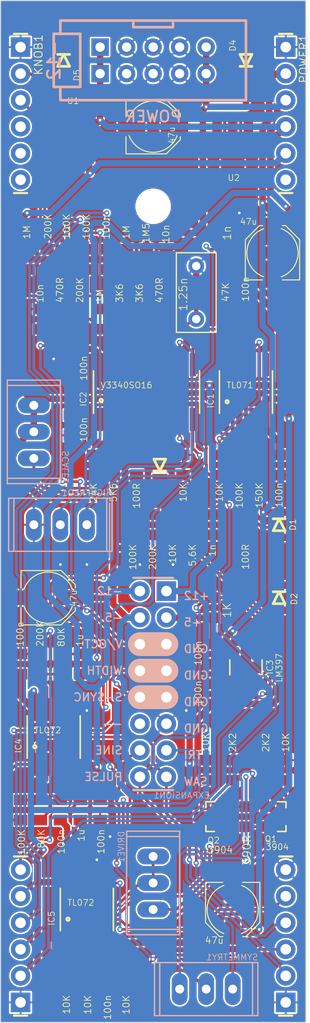
<source format=kicad_pcb>
(kicad_pcb (version 20171130) (host pcbnew "(5.1.6-0-10_14)")
  (layers (0 Top signal) (31 Bottom signal) (34 B.Paste user) (35 F.Paste user) (36 B.SilkS user) (37 F.SilkS user) (38 B.Mask user) (39 F.Mask user) (44 Edge.Cuts user))
  (net 0 "")
  (net 1 GND)
  (net 2 +12V)
  (net 3 LINEARFM)
  (net 4 V/OCT)
  (net 5 -5V)
  (net 6 +5V)
  (net 7 PITCH-COURSE)
  (net 8 VCO-PULSE)
  (net 9 VCO-TRI)
  (net 10 VCO-SAW)
  (net 11 PITCH-FINE)
  (net 12 SOFT-SYNC)
  (net 13 PULSE-WIDTH)
  (net 14 -12V)
  (net 15 PULSE-OUT)
  (net 16 SAW-OUT)
  (net 17 TRI-OUT)
  (net 18 V/OCT-EXT)
  (net 19 SIN-OUT)
  (net 20 SYNC)
  (net 21 "Net-(C1-Pad2)")
  (net 22 "Net-(C2-Pad2)")
  (net 23 "Net-(C3-Pad2)")
  (net 24 "Net-(C4-Pad1)")
  (net 25 "Net-(C5-Pad1)")
  (net 26 "Net-(C6-Pad1)")
  (net 27 "Net-(C8-Pad2)")
  (net 28 "Net-(C9-Pad2)")
  (net 29 /POWER/PULSE-WIDTH-NORM)
  (net 30 "Net-(D1-PadA)")
  (net 31 "Net-(D3-PadK)")
  (net 32 /OSCILLATOR/HARD_SYNC_IN)
  (net 33 "Net-(DRIVE1-PadB)")
  (net 34 "Net-(DRIVE1-PadA)")
  (net 35 /POWER/*RESERVED*)
  (net 36 "Net-(HIGHFREQ1-PadW)")
  (net 37 "Net-(HIGHFREQ1-PadA)")
  (net 38 "Net-(IC1-Pad2)")
  (net 39 "Net-(IC1-Pad3)")
  (net 40 /OSCILLATOR/FREQ)
  (net 41 "Net-(IC2-Pad14)")
  (net 42 "Net-(IC2-Pad13)")
  (net 43 /OSCILLATOR/SOFT_SYNC_IN)
  (net 44 "Net-(IC2-Pad5)")
  (net 45 "Net-(IC2-Pad4)")
  (net 46 "Net-(IC2-Pad2)")
  (net 47 "Net-(IC2-Pad1)")
  (net 48 "Net-(IC4-Pad6)")
  (net 49 "Net-(IC4-Pad2)")
  (net 50 "Net-(IC5-Pad3)")
  (net 51 "Net-(IC5-Pad2)")
  (net 52 "Net-(KNOB1-Pad6)")
  (net 53 "Net-(KNOB1-Pad5)")
  (net 54 "Net-(KNOB1-Pad4)")
  (net 55 "Net-(POWER1-Pad6)")
  (net 56 "Net-(Q1-Pad2)")
  (net 57 "Net-(Q2-Pad1)")
  (net 58 "Net-(Q2-Pad2)")
  (net 59 "Net-(R20-PadP$2)")
  (net 60 "Net-(R22-PadP$2)")
  (net 61 "Net-(R38-PadP$2)")
  (module MountingHole:MountingHole_3.2mm_M3 (layer Top) (at 148.5011 75.7936)
    (fp_text reference @HOLE0 hide)
    (fp_text value MountingHole_3.2mm_M3 hide)
    (pad 1 np_thru_hole circle (at 0 0) (size 3.2 3.2) (drill 3.2) (layers *.Cu *.Mask))
  )
  (module VCO3340:SOT89 (layer Top) (at 156.1211 68.1736 180)
    (fp_text reference U2 (at -0.7239 -5.2324 180) (layer F.SilkS) (effects (font (size 0.57912 0.57912) (thickness 0.069494)) (justify right bottom)))
    (fp_text value MC78L05A hide)
    (pad 2B smd rect (at 0 -3 270) (size 2.6 2.23) (layers Top F.Paste F.Mask) (net 1 GND))
    (pad 3 smd rect (at 1.5 0 270) (size 2 0.9) (layers Top F.Paste F.Mask) (net 2 +12V))
    (pad 2 smd rect (at 0 0 270) (size 2 0.9) (layers Top F.Paste F.Mask) (net 1 GND))
    (pad 1 smd rect (at -1.5 0 270) (size 2 0.9) (layers Top F.Paste F.Mask) (net 6 +5V))
  )
  (module VCO3340:SOT89 (layer Top) (at 140.8811 70.7136)
    (fp_text reference U1 (at -0.6731 -4.6736 -180) (layer F.SilkS) (effects (font (size 0.57912 0.57912) (thickness 0.069494)) (justify left bottom)))
    (fp_text value LM79L05A hide)
    (pad 2B smd rect (at 0 -3 90) (size 2.6 2.23) (layers Top F.Paste F.Mask) (net 14 -12V))
    (pad 3 smd rect (at 1.5 0 90) (size 2 0.9) (layers Top F.Paste F.Mask) (net 5 -5V))
    (pad 2 smd rect (at 0 0 90) (size 2 0.9) (layers Top F.Paste F.Mask) (net 14 -12V))
    (pad 1 smd rect (at -1.5 0 90) (size 2 0.9) (layers Top F.Paste F.Mask) (net 1 GND))
  )
  (module VCO3340:POT-TRIM-MULTI-V (layer Bottom) (at 153.5811 150.7236 180)
    (fp_text reference SYMMETRY1 (at -5.0165 3.048) (layer B.SilkS) (effects (font (size 0.57912 0.57912) (thickness 0.073152)) (justify left mirror)))
    (fp_text value "")
    (pad B thru_hole oval (at 2.54 0 90) (size 3.048 1.524) (drill 0.85) (layers *.Cu *.Mask) (net 58 "Net-(Q2-Pad2)"))
    (pad W thru_hole oval (at 0 0 90) (size 3.048 1.524) (drill 0.85) (layers *.Cu *.Mask) (net 61 "Net-(R38-PadP$2)"))
    (pad A thru_hole oval (at -2.54 0 90) (size 3.048 1.524) (drill 0.85) (layers *.Cu *.Mask) (net 56 "Net-(Q1-Pad2)"))
  )
  (module VCO3340:POT-TRIM-MULTI-V (layer Bottom) (at 137.0711 97.3836 90)
    (fp_text reference SCALE1 (at -5.0165 3.048 90) (layer B.SilkS) (effects (font (size 0.57912 0.57912) (thickness 0.073152)) (justify right mirror)))
    (fp_text value 10K)
    (pad B thru_hole oval (at 2.54 0) (size 3.048 1.524) (drill 0.85) (layers *.Cu *.Mask) (net 5 -5V))
    (pad W thru_hole oval (at 0 0) (size 3.048 1.524) (drill 0.85) (layers *.Cu *.Mask) (net 5 -5V))
    (pad A thru_hole oval (at -2.54 0) (size 3.048 1.524) (drill 0.85) (layers *.Cu *.Mask) (net 59 "Net-(R20-PadP$2)"))
  )
  (module VCO3340:R-0805-MILL (layer Top) (at 140.2461 149.4536 90)
    (fp_text reference R42 hide)
    (fp_text value 10K (at -3.724124 -0.0381 90) (layer F.SilkS) (effects (font (size 0.635 0.635) (thickness 0.0762)) (justify left)))
    (pad P$2 smd rect (at 0.9652 0 180) (size 1.27 1.016) (layers Top F.Paste F.Mask) (net 51 "Net-(IC5-Pad2)"))
    (pad P$1 smd rect (at -0.9652 0 180) (size 1.27 1.016) (layers Top F.Paste F.Mask) (net 19 SIN-OUT))
  )
  (module VCO3340:R-0805-MILL (layer Top) (at 161.2011 129.7686 270)
    (fp_text reference R41 hide)
    (fp_text value 10K (at -3.6195 0 90) (layer F.SilkS) (effects (font (size 0.635 0.635) (thickness 0.0762)) (justify right)))
    (pad P$2 smd rect (at 0.9652 0) (size 1.27 1.016) (layers Top F.Paste F.Mask) (net 50 "Net-(IC5-Pad3)"))
    (pad P$1 smd rect (at -0.9652 0) (size 1.27 1.016) (layers Top F.Paste F.Mask) (net 1 GND))
  )
  (module VCO3340:R-0805-MILL (layer Top) (at 156.1211 129.7686 270)
    (fp_text reference R40 hide)
    (fp_text value 2K2 (at -3.6195 0 90) (layer F.SilkS) (effects (font (size 0.635 0.635) (thickness 0.0762)) (justify right)))
    (pad P$2 smd rect (at 0.9652 0) (size 1.27 1.016) (layers Top F.Paste F.Mask) (net 57 "Net-(Q2-Pad1)"))
    (pad P$1 smd rect (at -0.9652 0) (size 1.27 1.016) (layers Top F.Paste F.Mask) (net 1 GND))
  )
  (module VCO3340:R-0805-MILL (layer Top) (at 153.5811 129.7686 90)
    (fp_text reference R39 hide)
    (fp_text value 10K (at 1.698776 -0.0381 90) (layer F.SilkS) (effects (font (size 0.635 0.635) (thickness 0.0762)) (justify left)))
    (pad P$2 smd rect (at 0.9652 0 180) (size 1.27 1.016) (layers Top F.Paste F.Mask) (net 2 +12V))
    (pad P$1 smd rect (at -0.9652 0 180) (size 1.27 1.016) (layers Top F.Paste F.Mask) (net 51 "Net-(IC5-Pad2)"))
  )
  (module VCO3340:R-0805-MILL (layer Top) (at 145.9611 149.4536 270)
    (fp_text reference R38 hide)
    (fp_text value 10K (at 1.8034 0.0381 90) (layer F.SilkS) (effects (font (size 0.635 0.635) (thickness 0.0762)) (justify right)))
    (pad P$2 smd rect (at 0.9652 0) (size 1.27 1.016) (layers Top F.Paste F.Mask) (net 61 "Net-(R38-PadP$2)"))
    (pad P$1 smd rect (at -0.9652 0) (size 1.27 1.016) (layers Top F.Paste F.Mask) (net 14 -12V))
  )
  (module VCO3340:R-0805-MILL (layer Top) (at 157.3911 134.2136 90)
    (fp_text reference R36 hide)
    (fp_text value 390R (at -4.7244 0.0889 90) (layer F.SilkS) (effects (font (size 0.762 0.762) (thickness 0.0762)) (justify left)))
    (pad P$2 smd rect (at 0.9652 0 180) (size 1.27 1.016) (layers Top F.Paste F.Mask) (net 58 "Net-(Q2-Pad2)"))
    (pad P$1 smd rect (at -0.9652 0 180) (size 1.27 1.016) (layers Top F.Paste F.Mask) (net 56 "Net-(Q1-Pad2)"))
  )
  (module VCO3340:R-0805-MILL (layer Top) (at 142.1511 149.4536 270)
    (fp_text reference R35 hide)
    (fp_text value 10K (at 1.8034 -0.0889 90) (layer F.SilkS) (effects (font (size 0.635 0.635) (thickness 0.0762)) (justify right)))
    (pad P$2 smd rect (at 0.9652 0) (size 1.27 1.016) (layers Top F.Paste F.Mask) (net 2 +12V))
    (pad P$1 smd rect (at -0.9652 0) (size 1.27 1.016) (layers Top F.Paste F.Mask) (net 50 "Net-(IC5-Pad3)"))
  )
  (module VCO3340:R-0805-MILL (layer Top) (at 159.2961 129.7686 270)
    (fp_text reference R34 hide)
    (fp_text value 2K2 (at -3.6195 0 90) (layer F.SilkS) (effects (font (size 0.635 0.635) (thickness 0.0762)) (justify right)))
    (pad P$2 smd rect (at 0.9652 0) (size 1.27 1.016) (layers Top F.Paste F.Mask) (net 33 "Net-(DRIVE1-PadB)"))
    (pad P$1 smd rect (at -0.9652 0) (size 1.27 1.016) (layers Top F.Paste F.Mask) (net 1 GND))
  )
  (module VCO3340:R-0805-MILL (layer Top) (at 154.2161 114.2111 270)
    (fp_text reference R32 hide)
    (fp_text value 1K (at -0.5461 -1.3589 90) (layer F.SilkS) (effects (font (size 0.762 0.762) (thickness 0.0762)) (justify right)))
    (pad P$2 smd rect (at 0.9652 0) (size 1.27 1.016) (layers Top F.Paste F.Mask) (net 6 +5V))
    (pad P$1 smd rect (at -0.9652 0) (size 1.27 1.016) (layers Top F.Paste F.Mask) (net 15 PULSE-OUT))
  )
  (module VCO3340:R-0805-MILL (layer Top) (at 137.7061 119.6086 90)
    (fp_text reference R31 hide)
    (fp_text value 200K (at 1.6256 -0.0381 90) (layer F.SilkS) (effects (font (size 0.635 0.635) (thickness 0.0762)) (justify left)))
    (pad P$2 smd rect (at 0.9652 0 180) (size 1.27 1.016) (layers Top F.Paste F.Mask) (net 17 TRI-OUT))
    (pad P$1 smd rect (at -0.9652 0 180) (size 1.27 1.016) (layers Top F.Paste F.Mask) (net 48 "Net-(IC4-Pad6)"))
  )
  (module VCO3340:R-0805-MILL (layer Top) (at 135.8011 133.5786 270)
    (fp_text reference R30 hide)
    (fp_text value 100K (at 1.8034 -0.0889 90) (layer F.SilkS) (effects (font (size 0.635 0.635) (thickness 0.0762)) (justify right)))
    (pad P$2 smd rect (at 0.9652 0) (size 1.27 1.016) (layers Top F.Paste F.Mask) (net 16 SAW-OUT))
    (pad P$1 smd rect (at -0.9652 0) (size 1.27 1.016) (layers Top F.Paste F.Mask) (net 49 "Net-(IC4-Pad2)"))
  )
  (module VCO3340:R-0805-MILL (layer Top) (at 139.6111 119.6086 270)
    (fp_text reference R29 hide)
    (fp_text value 80K (at -3.546324 -0.0889 90) (layer F.SilkS) (effects (font (size 0.635 0.635) (thickness 0.0762)) (justify right)))
    (pad P$2 smd rect (at 0.9652 0) (size 1.27 1.016) (layers Top F.Paste F.Mask) (net 48 "Net-(IC4-Pad6)"))
    (pad P$1 smd rect (at -0.9652 0) (size 1.27 1.016) (layers Top F.Paste F.Mask) (net 28 "Net-(C9-Pad2)"))
  )
  (module VCO3340:R-0805-MILL (layer Top) (at 137.7061 133.5786 90)
    (fp_text reference R28 hide)
    (fp_text value 80K (at -3.724124 0.0889 90) (layer F.SilkS) (effects (font (size 0.635 0.635) (thickness 0.0762)) (justify left)))
    (pad P$2 smd rect (at 0.9652 0 180) (size 1.27 1.016) (layers Top F.Paste F.Mask) (net 49 "Net-(IC4-Pad2)"))
    (pad P$1 smd rect (at -0.9652 0 180) (size 1.27 1.016) (layers Top F.Paste F.Mask) (net 27 "Net-(C8-Pad2)"))
  )
  (module VCO3340:R-0805-MILL (layer Top) (at 150.4061 106.2736 90)
    (fp_text reference R27 hide)
    (fp_text value 10K (at -3.738638 -0.0381 90) (layer F.SilkS) (effects (font (size 0.635 0.635) (thickness 0.0762)) (justify left)))
    (pad P$2 smd rect (at 0.9652 0 180) (size 1.27 1.016) (layers Top F.Paste F.Mask) (net 1 GND))
    (pad P$1 smd rect (at -0.9652 0 180) (size 1.27 1.016) (layers Top F.Paste F.Mask) (net 8 VCO-PULSE))
  )
  (module VCO3340:R-0805-MILL (layer Top) (at 148.5011 106.2736 270)
    (fp_text reference R26 hide)
    (fp_text value 200K (at 1.817914 0.0381 90) (layer F.SilkS) (effects (font (size 0.635 0.635) (thickness 0.0762)) (justify right)))
    (pad P$2 smd rect (at 0.9652 0) (size 1.27 1.016) (layers Top F.Paste F.Mask) (net 8 VCO-PULSE))
    (pad P$1 smd rect (at -0.9652 0) (size 1.27 1.016) (layers Top F.Paste F.Mask) (net 60 "Net-(R22-PadP$2)"))
  )
  (module VCO3340:R-0805-MILL (layer Top) (at 147.2311 86.5886 90)
    (fp_text reference R25 hide)
    (fp_text value 3K6 (at 1.513114 -0.0381 90) (layer F.SilkS) (effects (font (size 0.635 0.635) (thickness 0.0762)) (justify left)))
    (pad P$2 smd rect (at 0.9652 0 180) (size 1.27 1.016) (layers Top F.Paste F.Mask) (net 1 GND))
    (pad P$1 smd rect (at -0.9652 0 180) (size 1.27 1.016) (layers Top F.Paste F.Mask) (net 41 "Net-(IC2-Pad14)"))
  )
  (module VCO3340:R-0805-MILL (layer Top) (at 146.5961 106.2736 270)
    (fp_text reference R24 hide)
    (fp_text value 100K (at 1.817914 0.0381 90) (layer F.SilkS) (effects (font (size 0.635 0.635) (thickness 0.0762)) (justify right)))
    (pad P$2 smd rect (at 0.9652 0) (size 1.27 1.016) (layers Top F.Paste F.Mask) (net 5 -5V))
    (pad P$1 smd rect (at -0.9652 0) (size 1.27 1.016) (layers Top F.Paste F.Mask) (net 60 "Net-(R22-PadP$2)"))
  )
  (module VCO3340:R-0805-MILL (layer Top) (at 145.3261 86.5886 90)
    (fp_text reference R23 hide)
    (fp_text value 3K6 (at 1.513114 -0.0381 90) (layer F.SilkS) (effects (font (size 0.635 0.635) (thickness 0.0762)) (justify left)))
    (pad P$2 smd rect (at 0.9652 0 180) (size 1.27 1.016) (layers Top F.Paste F.Mask) (net 1 GND))
    (pad P$1 smd rect (at -0.9652 0 180) (size 1.27 1.016) (layers Top F.Paste F.Mask) (net 41 "Net-(IC2-Pad14)"))
  )
  (module VCO3340:R-0805-MILL (layer Top) (at 146.9136 100.5586 270)
    (fp_text reference R22 hide)
    (fp_text value 100R (at 1.66249 0 90) (layer F.SilkS) (effects (font (size 0.635 0.635) (thickness 0.0762)) (justify right)))
    (pad P$2 smd rect (at 0.9652 0) (size 1.27 1.016) (layers Top F.Paste F.Mask) (net 60 "Net-(R22-PadP$2)"))
    (pad P$1 smd rect (at -0.9652 0) (size 1.27 1.016) (layers Top F.Paste F.Mask) (net 45 "Net-(IC2-Pad4)"))
  )
  (module VCO3340:R-0805-MILL (layer Top) (at 144.6911 100.5586 270)
    (fp_text reference R21 hide)
    (fp_text value 5K6 (at 1.66249 0 90) (layer F.SilkS) (effects (font (size 0.635 0.635) (thickness 0.0762)) (justify right)))
    (pad P$2 smd rect (at 0.9652 0) (size 1.27 1.016) (layers Top F.Paste F.Mask) (net 5 -5V))
    (pad P$1 smd rect (at -0.9652 0) (size 1.27 1.016) (layers Top F.Paste F.Mask) (net 46 "Net-(IC2-Pad2)"))
  )
  (module VCO3340:R-0805-MILL (layer Top) (at 142.7861 100.5586 270)
    (fp_text reference R20 hide)
    (fp_text value 24K (at 1.66249 0 90) (layer F.SilkS) (effects (font (size 0.635 0.635) (thickness 0.0762)) (justify right)))
    (pad P$2 smd rect (at 0.9652 0) (size 1.27 1.016) (layers Top F.Paste F.Mask) (net 59 "Net-(R20-PadP$2)"))
    (pad P$1 smd rect (at -0.9652 0) (size 1.27 1.016) (layers Top F.Paste F.Mask) (net 47 "Net-(IC2-Pad1)"))
  )
  (module VCO3340:R-0805-MILL (layer Top) (at 139.6111 86.5886 90)
    (fp_text reference R19 hide)
    (fp_text value 470R (at 1.513114 -0.0381 90) (layer F.SilkS) (effects (font (size 0.635 0.635) (thickness 0.0762)) (justify left)))
    (pad P$2 smd rect (at 0.9652 0 180) (size 1.27 1.016) (layers Top F.Paste F.Mask) (net 40 /OSCILLATOR/FREQ))
    (pad P$1 smd rect (at -0.9652 0 180) (size 1.27 1.016) (layers Top F.Paste F.Mask) (net 25 "Net-(C5-Pad1)"))
  )
  (module VCO3340:R-0805-MILL (layer Top) (at 141.5161 86.5886 270)
    (fp_text reference R18 hide)
    (fp_text value 200K (at -4.0386 0.0381 90) (layer F.SilkS) (effects (font (size 0.635 0.635) (thickness 0.0762)) (justify right)))
    (pad P$2 smd rect (at 0.9652 0) (size 1.27 1.016) (layers Top F.Paste F.Mask) (net 2 +12V))
    (pad P$1 smd rect (at -0.9652 0) (size 1.27 1.016) (layers Top F.Paste F.Mask) (net 40 /OSCILLATOR/FREQ))
  )
  (module VCO3340:R-0805-MILL (layer Top) (at 142.1511 80.8736 90)
    (fp_text reference R16 hide)
    (fp_text value 100K (at 1.8796 -0.0381 90) (layer F.SilkS) (effects (font (size 0.635 0.635) (thickness 0.0762)) (justify left)))
    (pad P$2 smd rect (at 0.9652 0 180) (size 1.27 1.016) (layers Top F.Paste F.Mask) (net 18 V/OCT-EXT))
    (pad P$1 smd rect (at -0.9652 0 180) (size 1.27 1.016) (layers Top F.Paste F.Mask) (net 40 /OSCILLATOR/FREQ))
  )
  (module VCO3340:R-0805-MILL (layer Top) (at 140.2461 80.8736 90)
    (fp_text reference R15 hide)
    (fp_text value 100K (at 1.8796 -0.0381 90) (layer F.SilkS) (effects (font (size 0.635 0.635) (thickness 0.0762)) (justify left)))
    (pad P$2 smd rect (at 0.9652 0 180) (size 1.27 1.016) (layers Top F.Paste F.Mask) (net 4 V/OCT))
    (pad P$1 smd rect (at -0.9652 0 180) (size 1.27 1.016) (layers Top F.Paste F.Mask) (net 40 /OSCILLATOR/FREQ))
  )
  (module VCO3340:R-0805-MILL (layer Top) (at 138.3411 80.8736 90)
    (fp_text reference R14 hide)
    (fp_text value 200K (at 1.8796 0.0889 90) (layer F.SilkS) (effects (font (size 0.635 0.635) (thickness 0.0762)) (justify left)))
    (pad P$2 smd rect (at 0.9652 0 180) (size 1.27 1.016) (layers Top F.Paste F.Mask) (net 7 PITCH-COURSE))
    (pad P$1 smd rect (at -0.9652 0 180) (size 1.27 1.016) (layers Top F.Paste F.Mask) (net 40 /OSCILLATOR/FREQ))
  )
  (module VCO3340:R-0805-MILL (layer Top) (at 136.4361 80.8736 90)
    (fp_text reference R13 hide)
    (fp_text value 1M (at 1.8796 -0.0381 90) (layer F.SilkS) (effects (font (size 0.635 0.635) (thickness 0.0762)) (justify left)))
    (pad P$2 smd rect (at 0.9652 0 180) (size 1.27 1.016) (layers Top F.Paste F.Mask) (net 11 PITCH-FINE))
    (pad P$1 smd rect (at -0.9652 0 180) (size 1.27 1.016) (layers Top F.Paste F.Mask) (net 40 /OSCILLATOR/FREQ))
  )
  (module VCO3340:R-0805-MILL (layer Top) (at 143.4211 86.5886 270)
    (fp_text reference R11 hide)
    (fp_text value 1M (at -2.91979 0.0381 90) (layer F.SilkS) (effects (font (size 0.635 0.635) (thickness 0.0762)) (justify right)))
    (pad P$2 smd rect (at 0.9652 0) (size 1.27 1.016) (layers Top F.Paste F.Mask) (net 36 "Net-(HIGHFREQ1-PadW)"))
    (pad P$1 smd rect (at -0.9652 0) (size 1.27 1.016) (layers Top F.Paste F.Mask) (net 40 /OSCILLATOR/FREQ))
  )
  (module VCO3340:R-0805-MILL (layer Top) (at 154.8511 100.5586 90)
    (fp_text reference R10 hide)
    (fp_text value 10K (at -3.583214 0 90) (layer F.SilkS) (effects (font (size 0.635 0.635) (thickness 0.0762)) (justify left)))
    (pad P$2 smd rect (at 0.9652 0 180) (size 1.27 1.016) (layers Top F.Paste F.Mask) (net 38 "Net-(IC1-Pad2)"))
    (pad P$1 smd rect (at -0.9652 0 180) (size 1.27 1.016) (layers Top F.Paste F.Mask) (net 44 "Net-(IC2-Pad5)"))
  )
  (module VCO3340:R-0805-MILL (layer Top) (at 149.1361 86.5886 270)
    (fp_text reference R9 hide)
    (fp_text value 470R (at -4.0386 0.0381 90) (layer F.SilkS) (effects (font (size 0.635 0.635) (thickness 0.0762)) (justify right)))
    (pad P$2 smd rect (at 0.9652 0) (size 1.27 1.016) (layers Top F.Paste F.Mask) (net 42 "Net-(IC2-Pad13)"))
    (pad P$1 smd rect (at -0.9652 0) (size 1.27 1.016) (layers Top F.Paste F.Mask) (net 24 "Net-(C4-Pad1)"))
  )
  (module VCO3340:R-0805-MILL (layer Top) (at 147.8661 80.8736 90)
    (fp_text reference R8 hide)
    (fp_text value 1M5 (at 1.4986 -0.0381 90) (layer F.SilkS) (effects (font (size 0.635 0.635) (thickness 0.0762)) (justify left)))
    (pad P$2 smd rect (at 0.9652 0 180) (size 1.27 1.016) (layers Top F.Paste F.Mask) (net 2 +12V))
    (pad P$1 smd rect (at -0.9652 0 180) (size 1.27 1.016) (layers Top F.Paste F.Mask) (net 42 "Net-(IC2-Pad13)"))
  )
  (module VCO3340:R-0805-MILL (layer Top) (at 145.9611 80.8736 90)
    (fp_text reference R7 hide)
    (fp_text value 1M (at 1.8796 -0.0381 90) (layer F.SilkS) (effects (font (size 0.635 0.635) (thickness 0.0762)) (justify left)))
    (pad P$2 smd rect (at 0.9652 0 180) (size 1.27 1.016) (layers Top F.Paste F.Mask) (net 23 "Net-(C3-Pad2)"))
    (pad P$1 smd rect (at -0.9652 0 180) (size 1.27 1.016) (layers Top F.Paste F.Mask) (net 42 "Net-(IC2-Pad13)"))
  )
  (module VCO3340:R-0805-MILL (layer Top) (at 158.6611 100.5586 90)
    (fp_text reference R6 hide)
    (fp_text value 150K (at -4.187976 0 90) (layer F.SilkS) (effects (font (size 0.635 0.635) (thickness 0.0762)) (justify left)))
    (pad P$2 smd rect (at 0.9652 0 180) (size 1.27 1.016) (layers Top F.Paste F.Mask) (net 39 "Net-(IC1-Pad3)"))
    (pad P$1 smd rect (at -0.9652 0 180) (size 1.27 1.016) (layers Top F.Paste F.Mask) (net 6 +5V))
  )
  (module VCO3340:R-0805-MILL (layer Top) (at 151.3586 100.5586 90)
    (fp_text reference R5 hide)
    (fp_text value 10K (at -3.583214 0.0254 90) (layer F.SilkS) (effects (font (size 0.635 0.635) (thickness 0.0762)) (justify left)))
    (pad P$2 smd rect (at 0.9652 0 180) (size 1.27 1.016) (layers Top F.Paste F.Mask) (net 1 GND))
    (pad P$1 smd rect (at -0.9652 0 180) (size 1.27 1.016) (layers Top F.Paste F.Mask) (net 31 "Net-(D3-PadK)"))
  )
  (module VCO3340:R-0805-MILL (layer Top) (at 156.7561 100.5586 90)
    (fp_text reference R4 hide)
    (fp_text value 100K (at -4.187976 0 90) (layer F.SilkS) (effects (font (size 0.635 0.635) (thickness 0.0762)) (justify left)))
    (pad P$2 smd rect (at 0.9652 0 180) (size 1.27 1.016) (layers Top F.Paste F.Mask) (net 39 "Net-(IC1-Pad3)"))
    (pad P$1 smd rect (at -0.9652 0 180) (size 1.27 1.016) (layers Top F.Paste F.Mask) (net 30 "Net-(D1-PadA)"))
  )
  (module VCO3340:R-0805-MILL (layer Top) (at 155.4861 86.5886 270)
    (fp_text reference R3 hide)
    (fp_text value 47K (at -3.546324 0.0381 90) (layer F.SilkS) (effects (font (size 0.635 0.635) (thickness 0.0762)) (justify right)))
    (pad P$2 smd rect (at 0.9652 0) (size 1.27 1.016) (layers Top F.Paste F.Mask) (net 43 /OSCILLATOR/SOFT_SYNC_IN))
    (pad P$1 smd rect (at -0.9652 0) (size 1.27 1.016) (layers Top F.Paste F.Mask) (net 22 "Net-(C2-Pad2)"))
  )
  (module VCO3340:R-0805-MILL (layer Top) (at 152.3111 106.2736 90)
    (fp_text reference R2 hide)
    (fp_text value 5.6K (at -4.041019 -0.0381 90) (layer F.SilkS) (effects (font (size 0.635 0.635) (thickness 0.0762)) (justify left)))
    (pad P$2 smd rect (at 0.9652 0 180) (size 1.27 1.016) (layers Top F.Paste F.Mask) (net 31 "Net-(D3-PadK)"))
    (pad P$1 smd rect (at -0.9652 0 180) (size 1.27 1.016) (layers Top F.Paste F.Mask) (net 21 "Net-(C1-Pad2)"))
  )
  (module VCO3340:R-0805-MILL (layer Top) (at 157.3911 106.2736 90)
    (fp_text reference R1 hide)
    (fp_text value 100R (at -4.3434 -0.0381 90) (layer F.SilkS) (effects (font (size 0.635 0.635) (thickness 0.0762)) (justify left)))
    (pad P$2 smd rect (at 0.9652 0 180) (size 1.27 1.016) (layers Top F.Paste F.Mask) (net 30 "Net-(D1-PadA)"))
    (pad P$1 smd rect (at -0.9652 0 180) (size 1.27 1.016) (layers Top F.Paste F.Mask) (net 13 PULSE-WIDTH))
  )
  (module VCO3340:SOT23 (layer Top) (at 154.2161 134.2136 90)
    (fp_text reference Q2 (at -1.9304 -0.5461) (layer F.SilkS) (effects (font (size 0.57912 0.57912) (thickness 0.073152)) (justify left top)))
    (fp_text value 3904 (at -2.8194 -0.5461) (layer F.SilkS) (effects (font (size 0.635 0.635) (thickness 0.0762)) (justify left top)))
    (pad 1 smd rect (at -0.95 1.1 90) (size 1 1.4) (layers Top F.Paste F.Mask) (net 57 "Net-(Q2-Pad1)"))
    (pad 2 smd rect (at 0.95 1.1 90) (size 1 1.4) (layers Top F.Paste F.Mask) (net 58 "Net-(Q2-Pad2)"))
    (pad 3 smd rect (at 0 -1.1 90) (size 1 1.4) (layers Top F.Paste F.Mask) (net 51 "Net-(IC5-Pad2)"))
  )
  (module VCO3340:SOT23 (layer Top) (at 160.5661 134.2136 270)
    (fp_text reference Q1 (at 1.8034 0.1651) (layer F.SilkS) (effects (font (size 0.57912 0.57912) (thickness 0.073152)) (justify right top)))
    (fp_text value 3904 (at 2.5654 -0.9779) (layer F.SilkS) (effects (font (size 0.57912 0.57912) (thickness 0.073152)) (justify right top)))
    (pad 1 smd rect (at -0.95 1.1 270) (size 1 1.4) (layers Top F.Paste F.Mask) (net 33 "Net-(DRIVE1-PadB)"))
    (pad 2 smd rect (at 0.95 1.1 270) (size 1 1.4) (layers Top F.Paste F.Mask) (net 56 "Net-(Q1-Pad2)"))
    (pad 3 smd rect (at 0 -1.1 270) (size 1 1.4) (layers Top F.Paste F.Mask) (net 50 "Net-(IC5-Pad3)"))
  )
  (module VCO3340:M06 (layer Top) (at 161.2011 60.5536 270)
    (fp_text reference POWER1 (at -1.27 -1.7145 270) (layer F.SilkS) (effects (font (size 0.77216 0.77216) (thickness 0.092659)) (justify right)))
    (fp_text value M06 hide)
    (pad 6 thru_hole circle (at 12.7 0 270) (size 1.8796 1.8796) (drill 1.016) (layers *.Cu *.Mask) (net 55 "Net-(POWER1-Pad6)"))
    (pad 5 thru_hole circle (at 10.16 0 270) (size 1.8796 1.8796) (drill 1.016) (layers *.Cu *.Mask) (net 5 -5V))
    (pad 4 thru_hole circle (at 7.62 0 270) (size 1.8796 1.8796) (drill 1.016) (layers *.Cu *.Mask) (net 14 -12V))
    (pad 3 thru_hole circle (at 5.08 0 270) (size 1.8796 1.8796) (drill 1.016) (layers *.Cu *.Mask) (net 2 +12V))
    (pad 2 thru_hole circle (at 2.54 0 270) (size 1.8796 1.8796) (drill 1.016) (layers *.Cu *.Mask) (net 6 +5V))
    (pad 1 thru_hole rect (at 0 0 270) (size 1.8796 1.8796) (drill 1.016) (layers *.Cu *.Mask) (net 1 GND))
  )
  (module VCO3340:POWER_10_SHROUDED (layer Bottom) (at 148.5011 61.8236)
    (fp_text reference P1 hide)
    (fp_text value POWER_SIMPLE10_SHROUDED hide)
    (fp_text user -12 (at -8.8011 0 -90) (layer B.SilkS) (effects (font (size 1.2065 1.2065) (thickness 0.2032)) (justify bottom mirror)))
    (pad 10 thru_hole circle (at 5.08 1.27) (size 1.6764 1.6764) (drill 0.9) (layers *.Cu *.Mask) (net 2 +12V))
    (pad 9 thru_hole circle (at 5.08 -1.27) (size 1.6764 1.6764) (drill 0.9) (layers *.Cu *.Mask) (net 2 +12V))
    (pad 8 thru_hole circle (at 2.54 1.27) (size 1.6764 1.6764) (drill 0.9) (layers *.Cu *.Mask) (net 1 GND))
    (pad 7 thru_hole circle (at 2.54 -1.27) (size 1.6764 1.6764) (drill 0.9) (layers *.Cu *.Mask) (net 1 GND))
    (pad 6 thru_hole circle (at 0 1.27) (size 1.6764 1.6764) (drill 0.9) (layers *.Cu *.Mask) (net 1 GND))
    (pad 5 thru_hole circle (at 0 -1.27) (size 1.6764 1.6764) (drill 0.9) (layers *.Cu *.Mask) (net 1 GND))
    (pad 4 thru_hole circle (at -2.54 1.27) (size 1.6764 1.6764) (drill 0.9) (layers *.Cu *.Mask) (net 1 GND))
    (pad 3 thru_hole circle (at -2.54 -1.27) (size 1.6764 1.6764) (drill 0.9) (layers *.Cu *.Mask) (net 1 GND))
    (pad 2 thru_hole rect (at -5.08 1.27) (size 1.6764 1.6764) (drill 0.9) (layers *.Cu *.Mask) (net 14 -12V))
    (pad 1 thru_hole rect (at -5.08 -1.27) (size 1.6764 1.6764) (drill 0.9) (layers *.Cu *.Mask) (net 14 -12V))
  )
  (module VCO3340:M06 (layer Top) (at 161.2011 151.9936 90)
    (fp_text reference OUT1 hide)
    (fp_text value M06 hide)
    (pad 6 thru_hole circle (at 12.7 0 90) (size 1.8796 1.8796) (drill 1.016) (layers *.Cu *.Mask) (net 1 GND))
    (pad 5 thru_hole circle (at 10.16 0 90) (size 1.8796 1.8796) (drill 1.016) (layers *.Cu *.Mask) (net 17 TRI-OUT))
    (pad 4 thru_hole circle (at 7.62 0 90) (size 1.8796 1.8796) (drill 1.016) (layers *.Cu *.Mask) (net 16 SAW-OUT))
    (pad 3 thru_hole circle (at 5.08 0 90) (size 1.8796 1.8796) (drill 1.016) (layers *.Cu *.Mask) (net 19 SIN-OUT))
    (pad 2 thru_hole circle (at 2.54 0 90) (size 1.8796 1.8796) (drill 1.016) (layers *.Cu *.Mask) (net 15 PULSE-OUT))
    (pad 1 thru_hole rect (at 0 0 90) (size 1.8796 1.8796) (drill 1.016) (layers *.Cu *.Mask) (net 1 GND))
  )
  (module VCO3340:M06 (layer Top) (at 135.8011 60.5536 270)
    (fp_text reference KNOB1 (at -1.27 -1.7145 270) (layer F.SilkS) (effects (font (size 0.77216 0.77216) (thickness 0.092659)) (justify right)))
    (fp_text value M06 hide)
    (pad 6 thru_hole circle (at 12.7 0 270) (size 1.8796 1.8796) (drill 1.016) (layers *.Cu *.Mask) (net 52 "Net-(KNOB1-Pad6)"))
    (pad 5 thru_hole circle (at 10.16 0 270) (size 1.8796 1.8796) (drill 1.016) (layers *.Cu *.Mask) (net 53 "Net-(KNOB1-Pad5)"))
    (pad 4 thru_hole circle (at 7.62 0 270) (size 1.8796 1.8796) (drill 1.016) (layers *.Cu *.Mask) (net 54 "Net-(KNOB1-Pad4)"))
    (pad 3 thru_hole circle (at 5.08 0 270) (size 1.8796 1.8796) (drill 1.016) (layers *.Cu *.Mask) (net 11 PITCH-FINE))
    (pad 2 thru_hole circle (at 2.54 0 270) (size 1.8796 1.8796) (drill 1.016) (layers *.Cu *.Mask) (net 7 PITCH-COURSE))
    (pad 1 thru_hole rect (at 0 0 270) (size 1.8796 1.8796) (drill 1.016) (layers *.Cu *.Mask) (net 1 GND))
  )
  (module VCO3340:SO08 (layer Top) (at 142.1511 143.1036)
    (fp_text reference IC5 (at -3.048 1.5875 90) (layer F.SilkS) (effects (font (size 0.57912 0.57912) (thickness 0.069494)) (justify left bottom)))
    (fp_text value TL072 (at -1.905 -0.3175) (layer F.SilkS) (effects (font (size 0.57912 0.57912) (thickness 0.069494)) (justify left bottom)))
    (pad 8 smd rect (at -1.905 -2.6162) (size 0.6096 2.2098) (layers Top F.Paste F.Mask) (net 2 +12V))
    (pad 7 smd rect (at -0.635 -2.6162) (size 0.6096 2.2098) (layers Top F.Paste F.Mask) (net 34 "Net-(DRIVE1-PadA)"))
    (pad 6 smd rect (at 0.635 -2.6162) (size 0.6096 2.2098) (layers Top F.Paste F.Mask) (net 34 "Net-(DRIVE1-PadA)"))
    (pad 5 smd rect (at 1.905 -2.6162) (size 0.6096 2.2098) (layers Top F.Paste F.Mask) (net 17 TRI-OUT))
    (pad 4 smd rect (at 1.905 2.6162) (size 0.6096 2.2098) (layers Top F.Paste F.Mask) (net 14 -12V))
    (pad 3 smd rect (at 0.635 2.6162) (size 0.6096 2.2098) (layers Top F.Paste F.Mask) (net 50 "Net-(IC5-Pad3)"))
    (pad 2 smd rect (at -0.635 2.6162) (size 0.6096 2.2098) (layers Top F.Paste F.Mask) (net 51 "Net-(IC5-Pad2)"))
    (pad 1 smd rect (at -1.905 2.6162) (size 0.6096 2.2098) (layers Top F.Paste F.Mask) (net 19 SIN-OUT))
  )
  (module VCO3340:SO08 (layer Top) (at 138.9761 126.5936)
    (fp_text reference IC4 (at -3.048 1.5875 90) (layer F.SilkS) (effects (font (size 0.57912 0.57912) (thickness 0.069494)) (justify left bottom)))
    (fp_text value TL072 (at -1.905 -0.3175) (layer F.SilkS) (effects (font (size 0.57912 0.57912) (thickness 0.069494)) (justify left bottom)))
    (pad 8 smd rect (at -1.905 -2.6162) (size 0.6096 2.2098) (layers Top F.Paste F.Mask) (net 2 +12V))
    (pad 7 smd rect (at -0.635 -2.6162) (size 0.6096 2.2098) (layers Top F.Paste F.Mask) (net 17 TRI-OUT))
    (pad 6 smd rect (at 0.635 -2.6162) (size 0.6096 2.2098) (layers Top F.Paste F.Mask) (net 48 "Net-(IC4-Pad6)"))
    (pad 5 smd rect (at 1.905 -2.6162) (size 0.6096 2.2098) (layers Top F.Paste F.Mask) (net 1 GND))
    (pad 4 smd rect (at 1.905 2.6162) (size 0.6096 2.2098) (layers Top F.Paste F.Mask) (net 14 -12V))
    (pad 3 smd rect (at 0.635 2.6162) (size 0.6096 2.2098) (layers Top F.Paste F.Mask) (net 1 GND))
    (pad 2 smd rect (at -0.635 2.6162) (size 0.6096 2.2098) (layers Top F.Paste F.Mask) (net 49 "Net-(IC4-Pad2)"))
    (pad 1 smd rect (at -1.905 2.6162) (size 0.6096 2.2098) (layers Top F.Paste F.Mask) (net 16 SAW-OUT))
  )
  (module VCO3340:SOT23-5 (layer Top) (at 157.3911 119.9261)
    (fp_text reference IC3 (at 2.6289 0.7239 90) (layer F.SilkS) (effects (font (size 0.57912 0.57912) (thickness 0.069494)) (justify left bottom)))
    (fp_text value LM397 (at 3.5179 1.4859 90) (layer F.SilkS) (effects (font (size 0.57912 0.57912) (thickness 0.069494)) (justify left bottom)))
    (pad 3 smd rect (at 1.0262 1.306) (size 0.6 1.2) (layers Top F.Paste F.Mask) (net 8 VCO-PULSE))
    (pad 2 smd rect (at 0 1.306) (size 0.6 1.2) (layers Top F.Paste F.Mask) (net 5 -5V))
    (pad 1 smd rect (at -1.0262 1.306) (size 0.6 1.2) (layers Top F.Paste F.Mask) (net 1 GND))
    (pad 4 smd rect (at 0.95 -1.306) (size 0.6 1.2) (layers Top F.Paste F.Mask) (net 15 PULSE-OUT))
    (pad 5 smd rect (at -0.95 -1.306) (size 0.6 1.2) (layers Top F.Paste F.Mask) (net 6 +5V))
  )
  (module VCO3340:SO16 (layer Top) (at 147.8661 93.5736)
    (fp_text reference IC2 (at -5.715 1.4224 90) (layer F.SilkS) (effects (font (size 0.57912 0.57912) (thickness 0.069494)) (justify left bottom)))
    (fp_text value V3340SO16 (at -4.445 -0.3175) (layer F.SilkS) (effects (font (size 0.57912 0.57912) (thickness 0.069494)) (justify left bottom)))
    (pad 16 smd rect (at -4.445 -2.6162) (size 0.6096 2.2098) (layers Top F.Paste F.Mask) (net 2 +12V))
    (pad 15 smd rect (at -3.175 -2.6162) (size 0.6096 2.2098) (layers Top F.Paste F.Mask) (net 40 /OSCILLATOR/FREQ))
    (pad 14 smd rect (at -1.905 -2.6162) (size 0.6096 2.2098) (layers Top F.Paste F.Mask) (net 41 "Net-(IC2-Pad14)"))
    (pad 13 smd rect (at -0.635 -2.6162) (size 0.6096 2.2098) (layers Top F.Paste F.Mask) (net 42 "Net-(IC2-Pad13)"))
    (pad 12 smd rect (at 0.635 -2.6162 180) (size 0.6096 2.2098) (layers Top F.Paste F.Mask) (net 1 GND))
    (pad 11 smd rect (at 1.905 -2.6162 180) (size 0.6096 2.2098) (layers Top F.Paste F.Mask) (net 26 "Net-(C6-Pad1)"))
    (pad 10 smd rect (at 3.175 -2.6162 180) (size 0.6096 2.2098) (layers Top F.Paste F.Mask) (net 9 VCO-TRI))
    (pad 9 smd rect (at 4.445 -2.6162 180) (size 0.6096 2.2098) (layers Top F.Paste F.Mask) (net 43 /OSCILLATOR/SOFT_SYNC_IN))
    (pad 8 smd rect (at 4.445 2.6162 180) (size 0.6096 2.2098) (layers Top F.Paste F.Mask) (net 10 VCO-SAW))
    (pad 7 smd rect (at 3.175 2.6162 180) (size 0.6096 2.2098) (layers Top F.Paste F.Mask) (net 37 "Net-(HIGHFREQ1-PadA)"))
    (pad 6 smd rect (at 1.905 2.6162 180) (size 0.6096 2.2098) (layers Top F.Paste F.Mask) (net 32 /OSCILLATOR/HARD_SYNC_IN))
    (pad 5 smd rect (at 0.635 2.6162 180) (size 0.6096 2.2098) (layers Top F.Paste F.Mask) (net 44 "Net-(IC2-Pad5)"))
    (pad 4 smd rect (at -0.635 2.6162) (size 0.6096 2.2098) (layers Top F.Paste F.Mask) (net 45 "Net-(IC2-Pad4)"))
    (pad 3 smd rect (at -1.905 2.6162) (size 0.6096 2.2098) (layers Top F.Paste F.Mask) (net 5 -5V))
    (pad 2 smd rect (at -3.175 2.6162) (size 0.6096 2.2098) (layers Top F.Paste F.Mask) (net 46 "Net-(IC2-Pad2)"))
    (pad 1 smd rect (at -4.445 2.6162) (size 0.6096 2.2098) (layers Top F.Paste F.Mask) (net 47 "Net-(IC2-Pad1)"))
  )
  (module VCO3340:SO08 (layer Top) (at 157.3911 93.5736)
    (fp_text reference IC1 (at -3.048 1.5875 90) (layer F.SilkS) (effects (font (size 0.57912 0.57912) (thickness 0.069494)) (justify left bottom)))
    (fp_text value TL071 (at -1.905 -0.3175) (layer F.SilkS) (effects (font (size 0.57912 0.57912) (thickness 0.069494)) (justify left bottom)))
    (pad 8 smd rect (at -1.905 -2.6162) (size 0.6096 2.2098) (layers Top F.Paste F.Mask))
    (pad 7 smd rect (at -0.635 -2.6162) (size 0.6096 2.2098) (layers Top F.Paste F.Mask) (net 2 +12V))
    (pad 6 smd rect (at 0.635 -2.6162) (size 0.6096 2.2098) (layers Top F.Paste F.Mask) (net 38 "Net-(IC1-Pad2)"))
    (pad 5 smd rect (at 1.905 -2.6162) (size 0.6096 2.2098) (layers Top F.Paste F.Mask))
    (pad 4 smd rect (at 1.905 2.6162) (size 0.6096 2.2098) (layers Top F.Paste F.Mask) (net 14 -12V))
    (pad 3 smd rect (at 0.635 2.6162) (size 0.6096 2.2098) (layers Top F.Paste F.Mask) (net 39 "Net-(IC1-Pad3)"))
    (pad 2 smd rect (at -0.635 2.6162) (size 0.6096 2.2098) (layers Top F.Paste F.Mask) (net 38 "Net-(IC1-Pad2)"))
    (pad 1 smd rect (at -1.905 2.6162) (size 0.6096 2.2098) (layers Top F.Paste F.Mask))
  )
  (module VCO3340:POT-TRIM-MULTI-V (layer Bottom) (at 139.6111 106.2736 180)
    (fp_text reference HIGHFREQ1 (at -5.0165 3.048) (layer B.SilkS) (effects (font (size 0.57912 0.57912) (thickness 0.073152)) (justify left mirror)))
    (fp_text value 20K)
    (pad B thru_hole oval (at 2.54 0 90) (size 3.048 1.524) (drill 0.85) (layers *.Cu *.Mask) (net 1 GND))
    (pad W thru_hole oval (at 0 0 90) (size 3.048 1.524) (drill 0.85) (layers *.Cu *.Mask) (net 36 "Net-(HIGHFREQ1-PadW)"))
    (pad A thru_hole oval (at -2.54 0 90) (size 3.048 1.524) (drill 0.85) (layers *.Cu *.Mask) (net 37 "Net-(HIGHFREQ1-PadA)"))
  )
  (module VCO3340:M08X2 (layer Bottom) (at 149.7711 112.6236 270)
    (fp_text reference EXPANSION1 (at 19.558 1.27 180) (layer B.SilkS) (effects (font (size 0.57912 0.57912) (thickness 0.069494)) (justify right mirror)))
    (fp_text value M08X2 hide)
    (pad 16 thru_hole circle (at 17.78 2.54 270) (size 1.8796 1.8796) (drill 1.016) (layers *.Cu *.Mask) (net 15 PULSE-OUT))
    (pad 15 thru_hole circle (at 17.78 0 270) (size 1.8796 1.8796) (drill 1.016) (layers *.Cu *.Mask) (net 16 SAW-OUT))
    (pad 14 thru_hole circle (at 15.24 2.54 270) (size 1.8796 1.8796) (drill 1.016) (layers *.Cu *.Mask) (net 19 SIN-OUT))
    (pad 13 thru_hole circle (at 15.24 0 270) (size 1.8796 1.8796) (drill 1.016) (layers *.Cu *.Mask) (net 17 TRI-OUT))
    (pad 12 thru_hole circle (at 12.7 2.54 270) (size 1.8796 1.8796) (drill 1.016) (layers *.Cu *.Mask) (net 35 /POWER/*RESERVED*))
    (pad 11 thru_hole circle (at 12.7 0 270) (size 1.8796 1.8796) (drill 1.016) (layers *.Cu *.Mask) (net 1 GND))
    (pad 10 thru_hole circle (at 10.16 2.54 270) (size 1.8796 1.8796) (drill 1.016) (layers *.Cu *.Mask) (net 12 SOFT-SYNC))
    (pad 9 thru_hole circle (at 10.16 0 270) (size 1.8796 1.8796) (drill 1.016) (layers *.Cu *.Mask) (net 1 GND))
    (pad 8 thru_hole circle (at 7.62 2.54 270) (size 1.8796 1.8796) (drill 1.016) (layers *.Cu *.Mask) (net 29 /POWER/PULSE-WIDTH-NORM))
    (pad 7 thru_hole circle (at 7.62 0 270) (size 1.8796 1.8796) (drill 1.016) (layers *.Cu *.Mask) (net 1 GND))
    (pad 6 thru_hole circle (at 5.08 2.54 270) (size 1.8796 1.8796) (drill 1.016) (layers *.Cu *.Mask) (net 18 V/OCT-EXT))
    (pad 5 thru_hole circle (at 5.08 0 270) (size 1.8796 1.8796) (drill 1.016) (layers *.Cu *.Mask) (net 1 GND))
    (pad 4 thru_hole circle (at 2.54 2.54 270) (size 1.8796 1.8796) (drill 1.016) (layers *.Cu *.Mask) (net 5 -5V))
    (pad 3 thru_hole circle (at 2.54 0 270) (size 1.8796 1.8796) (drill 1.016) (layers *.Cu *.Mask) (net 6 +5V))
    (pad 2 thru_hole circle (at 0 2.54 270) (size 1.8796 1.8796) (drill 1.016) (layers *.Cu *.Mask) (net 14 -12V))
    (pad 1 thru_hole rect (at 0 0 270) (size 1.8796 1.8796) (drill 1.016) (layers *.Cu *.Mask) (net 2 +12V))
  )
  (module VCO3340:POT-TRIM-MULTI-V (layer Bottom) (at 148.5011 140.5636 270)
    (fp_text reference DRIVE1 (at -5.0165 3.048 90) (layer B.SilkS) (effects (font (size 0.57912 0.57912) (thickness 0.073152)) (justify left mirror)))
    (fp_text value "")
    (pad B thru_hole oval (at 2.54 0 180) (size 3.048 1.524) (drill 0.85) (layers *.Cu *.Mask) (net 33 "Net-(DRIVE1-PadB)"))
    (pad W thru_hole oval (at 0 0 180) (size 3.048 1.524) (drill 0.85) (layers *.Cu *.Mask) (net 34 "Net-(DRIVE1-PadA)"))
    (pad A thru_hole oval (at -2.54 0 180) (size 3.048 1.524) (drill 0.85) (layers *.Cu *.Mask) (net 34 "Net-(DRIVE1-PadA)"))
  )
  (module VCO3340:SOD-123 (layer Top) (at 139.9286 61.8236 90)
    (fp_text reference D5 (at -2.032 1.27 90) (layer F.SilkS) (effects (font (size 0.57912 0.57912) (thickness 0.069494)) (justify left)))
    (fp_text value DIODESOD-123 hide)
    (pad K smd rect (at 1.85 0 90) (size 0.762 1.27) (layers Top F.Paste F.Mask) (net 1 GND))
    (pad A smd rect (at -1.85 0 90) (size 0.762 1.27) (layers Top F.Paste F.Mask) (net 14 -12V))
  )
  (module VCO3340:SOD-123 (layer Top) (at 157.3911 61.8236 270)
    (fp_text reference D4 (at -2.032 1.27 90) (layer F.SilkS) (effects (font (size 0.57912 0.57912) (thickness 0.069494)) (justify right)))
    (fp_text value DIODESOD-123 hide)
    (pad K smd rect (at 1.85 0 270) (size 0.762 1.27) (layers Top F.Paste F.Mask) (net 2 +12V))
    (pad A smd rect (at -1.85 0 270) (size 0.762 1.27) (layers Top F.Paste F.Mask) (net 1 GND))
  )
  (module VCO3340:SOD-323 (layer Top) (at 149.1361 100.5586 270)
    (fp_text reference D3 hide)
    (fp_text value D hide)
    (pad K smd rect (at 1.2 0 270) (size 0.7 1.4) (layers Top F.Paste F.Mask) (net 31 "Net-(D3-PadK)"))
    (pad A smd rect (at -1.2 0 270) (size 0.7 1.4) (layers Top F.Paste F.Mask) (net 32 /OSCILLATOR/HARD_SYNC_IN))
  )
  (module VCO3340:SOD-323 (layer Top) (at 160.5661 113.2586 90)
    (fp_text reference D2 (at 0.4826 1.1049 90) (layer F.SilkS) (effects (font (size 0.57912 0.57912) (thickness 0.073152)) (justify right top)))
    (fp_text value DIODESOD-323 hide)
    (pad K smd rect (at 1.2 0 90) (size 0.7 1.4) (layers Top F.Paste F.Mask) (net 30 "Net-(D1-PadA)"))
    (pad A smd rect (at -1.2 0 90) (size 0.7 1.4) (layers Top F.Paste F.Mask) (net 5 -5V))
  )
  (module VCO3340:SOD-323 (layer Top) (at 160.5661 106.2736 90)
    (fp_text reference D1 (at 0.6096 0.9779 90) (layer F.SilkS) (effects (font (size 0.57912 0.57912) (thickness 0.073152)) (justify right top)))
    (fp_text value DIODESOD-323 hide)
    (pad K smd rect (at 1.2 0 90) (size 0.7 1.4) (layers Top F.Paste F.Mask) (net 6 +5V))
    (pad A smd rect (at -1.2 0 90) (size 0.7 1.4) (layers Top F.Paste F.Mask) (net 30 "Net-(D1-PadA)"))
  )
  (module VCO3340:M06 (layer Top) (at 135.8011 151.9936 90)
    (fp_text reference CTRL1 hide)
    (fp_text value M06 hide)
    (pad 6 thru_hole circle (at 12.7 0 90) (size 1.8796 1.8796) (drill 1.016) (layers *.Cu *.Mask) (net 13 PULSE-WIDTH))
    (pad 5 thru_hole circle (at 10.16 0 90) (size 1.8796 1.8796) (drill 1.016) (layers *.Cu *.Mask) (net 29 /POWER/PULSE-WIDTH-NORM))
    (pad 4 thru_hole circle (at 7.62 0 90) (size 1.8796 1.8796) (drill 1.016) (layers *.Cu *.Mask) (net 3 LINEARFM))
    (pad 3 thru_hole circle (at 5.08 0 90) (size 1.8796 1.8796) (drill 1.016) (layers *.Cu *.Mask) (net 4 V/OCT))
    (pad 2 thru_hole circle (at 2.54 0 90) (size 1.8796 1.8796) (drill 1.016) (layers *.Cu *.Mask) (net 20 SYNC))
    (pad 1 thru_hole rect (at 0 0 90) (size 1.8796 1.8796) (drill 1.016) (layers *.Cu *.Mask) (net 1 GND))
  )
  (module VCO3340:PANASONIC_C (layer Top) (at 159.9311 80.2386 90)
    (fp_text reference C23 hide)
    (fp_text value 47u (at 2.6416 -1.4351) (layer F.SilkS) (effects (font (size 0.57912 0.57912) (thickness 0.069494)) (justify right bottom)))
    (pad + smd rect (at 2.05 0 90) (size 2.6 1.4) (layers Top F.Paste F.Mask) (net 6 +5V))
    (pad - smd rect (at -2.05 0 90) (size 2.6 1.4) (layers Top F.Paste F.Mask) (net 1 GND))
  )
  (module VCO3340:C-0805 (layer Top) (at 154.2161 122.4661 270)
    (fp_text reference C22 hide)
    (fp_text value 100n (at -1.3335 1.397 90) (layer F.SilkS) (effects (font (size 0.635 0.635) (thickness 0.0762)) (justify right)))
    (pad 2 smd rect (at 0.9652 0) (size 1.27 1.016) (layers Top F.Paste F.Mask) (net 5 -5V))
    (pad 1 smd rect (at -0.9652 0) (size 1.27 1.016) (layers Top F.Paste F.Mask) (net 1 GND))
  )
  (module VCO3340:C-0805 (layer Top) (at 154.2161 118.6561 270)
    (fp_text reference C21 hide)
    (fp_text value 100n (at -1.3335 1.397 90) (layer F.SilkS) (effects (font (size 0.635 0.635) (thickness 0.0762)) (justify right)))
    (pad 2 smd rect (at 0.9652 0) (size 1.27 1.016) (layers Top F.Paste F.Mask) (net 1 GND))
    (pad 1 smd rect (at -0.9652 0) (size 1.27 1.016) (layers Top F.Paste F.Mask) (net 6 +5V))
  )
  (module VCO3340:PANASONIC_C (layer Top) (at 148.5011 68.1736)
    (fp_text reference C20 hide)
    (fp_text value 47u (at 2.1209 1.6764 -270) (layer F.SilkS) (effects (font (size 0.57912 0.57912) (thickness 0.069494)) (justify left bottom)))
    (pad + smd rect (at 2.05 0) (size 2.6 1.4) (layers Top F.Paste F.Mask) (net 2 +12V))
    (pad - smd rect (at -2.05 0) (size 2.6 1.4) (layers Top F.Paste F.Mask) (net 1 GND))
  )
  (module VCO3340:C-0805 (layer Top) (at 140.5636 96.7486 90)
    (fp_text reference C19 hide)
    (fp_text value 100n (at -1.6764 1.2954 90) (layer F.SilkS) (effects (font (size 0.635 0.635) (thickness 0.0762)) (justify left)))
    (pad 2 smd rect (at 0.9652 0 180) (size 1.27 1.016) (layers Top F.Paste F.Mask) (net 5 -5V))
    (pad 1 smd rect (at -0.9652 0 180) (size 1.27 1.016) (layers Top F.Paste F.Mask) (net 1 GND))
  )
  (module VCO3340:C-0805 (layer Top) (at 140.5636 91.3511 270)
    (fp_text reference C18 hide)
    (fp_text value 100n (at -1.3081 -1.2954 90) (layer F.SilkS) (effects (font (size 0.635 0.635) (thickness 0.0762)) (justify right)))
    (pad 2 smd rect (at 0.9652 0) (size 1.27 1.016) (layers Top F.Paste F.Mask) (net 1 GND))
    (pad 1 smd rect (at -0.9652 0) (size 1.27 1.016) (layers Top F.Paste F.Mask) (net 2 +12V))
  )
  (module VCO3340:PANASONIC_C (layer Top) (at 138.4461 113.2586)
    (fp_text reference C17 hide)
    (fp_text value 47u (at 2.7779 0.9144 -270) (layer F.SilkS) (effects (font (size 0.57912 0.57912) (thickness 0.069494)) (justify left bottom)))
    (pad + smd rect (at 2.05 0) (size 2.6 1.4) (layers Top F.Paste F.Mask) (net 5 -5V))
    (pad - smd rect (at -2.05 0) (size 2.6 1.4) (layers Top F.Paste F.Mask) (net 1 GND))
  )
  (module VCO3340:PANASONIC_C (layer Top) (at 156.1211 143.1036 270)
    (fp_text reference C16 hide)
    (fp_text value 47u (at 3.3274 2.7051) (layer F.SilkS) (effects (font (size 0.635 0.635) (thickness 0.0762)) (justify left bottom)))
    (pad + smd rect (at 2.05 0 270) (size 2.6 1.4) (layers Top F.Paste F.Mask) (net 14 -12V))
    (pad - smd rect (at -2.05 0 270) (size 2.6 1.4) (layers Top F.Paste F.Mask) (net 1 GND))
  )
  (module VCO3340:C-0805 (layer Top) (at 144.0561 149.4536 90)
    (fp_text reference C15 hide)
    (fp_text value 100n (at -4.26841 0.0889 90) (layer F.SilkS) (effects (font (size 0.635 0.635) (thickness 0.0762)) (justify left)))
    (pad 2 smd rect (at 0.9652 0 180) (size 1.27 1.016) (layers Top F.Paste F.Mask) (net 14 -12V))
    (pad 1 smd rect (at -0.9652 0 180) (size 1.27 1.016) (layers Top F.Paste F.Mask) (net 1 GND))
  )
  (module VCO3340:C-0805 (layer Top) (at 139.6111 133.5786 90)
    (fp_text reference C14 hide)
    (fp_text value 100n (at -4.26841 0.0889 90) (layer F.SilkS) (effects (font (size 0.635 0.635) (thickness 0.0762)) (justify left)))
    (pad 2 smd rect (at 0.9652 0 180) (size 1.27 1.016) (layers Top F.Paste F.Mask) (net 1 GND))
    (pad 1 smd rect (at -0.9652 0 180) (size 1.27 1.016) (layers Top F.Paste F.Mask) (net 2 +12V))
  )
  (module VCO3340:C-0805 (layer Top) (at 143.4211 133.5786 90)
    (fp_text reference C13 hide)
    (fp_text value 100n (at -4.26841 0.0889 90) (layer F.SilkS) (effects (font (size 0.635 0.635) (thickness 0.0762)) (justify left)))
    (pad 2 smd rect (at 0.9652 0 180) (size 1.27 1.016) (layers Top F.Paste F.Mask) (net 14 -12V))
    (pad 1 smd rect (at -0.9652 0 180) (size 1.27 1.016) (layers Top F.Paste F.Mask) (net 1 GND))
  )
  (module VCO3340:C-0805 (layer Top) (at 135.8011 119.6086 90)
    (fp_text reference C12 hide)
    (fp_text value 100n (at 1.6256 -0.0381 90) (layer F.SilkS) (effects (font (size 0.635 0.635) (thickness 0.0762)) (justify left)))
    (pad 2 smd rect (at 0.9652 0 180) (size 1.27 1.016) (layers Top F.Paste F.Mask) (net 1 GND))
    (pad 1 smd rect (at -0.9652 0 180) (size 1.27 1.016) (layers Top F.Paste F.Mask) (net 2 +12V))
  )
  (module VCO3340:C-0805 (layer Top) (at 160.5661 100.5586 90)
    (fp_text reference C11 hide)
    (fp_text value 100n (at -4.1275 0 90) (layer F.SilkS) (effects (font (size 0.635 0.635) (thickness 0.0762)) (justify left)))
    (pad 2 smd rect (at 0.9652 0 180) (size 1.27 1.016) (layers Top F.Paste F.Mask) (net 14 -12V))
    (pad 1 smd rect (at -0.9652 0 180) (size 1.27 1.016) (layers Top F.Paste F.Mask) (net 1 GND))
  )
  (module VCO3340:C-0805 (layer Top) (at 157.3911 86.5886 90)
    (fp_text reference C10 hide)
    (fp_text value 100n (at 1.6256 -0.0381 90) (layer F.SilkS) (effects (font (size 0.635 0.635) (thickness 0.0762)) (justify left)))
    (pad 2 smd rect (at 0.9652 0 180) (size 1.27 1.016) (layers Top F.Paste F.Mask) (net 1 GND))
    (pad 1 smd rect (at -0.9652 0 180) (size 1.27 1.016) (layers Top F.Paste F.Mask) (net 2 +12V))
  )
  (module VCO3340:C-0805 (layer Top) (at 141.5161 119.6086 90)
    (fp_text reference C9 hide)
    (fp_text value 1u (at 1.6256 -0.0381 90) (layer F.SilkS) (effects (font (size 0.635 0.635) (thickness 0.0762)) (justify left)))
    (pad 2 smd rect (at 0.9652 0 180) (size 1.27 1.016) (layers Top F.Paste F.Mask) (net 28 "Net-(C9-Pad2)"))
    (pad 1 smd rect (at -0.9652 0 180) (size 1.27 1.016) (layers Top F.Paste F.Mask) (net 9 VCO-TRI))
  )
  (module VCO3340:C-0805 (layer Top) (at 141.5161 133.5786 90)
    (fp_text reference C8 hide)
    (fp_text value 1u (at -3.058886 0.0889 90) (layer F.SilkS) (effects (font (size 0.635 0.635) (thickness 0.0762)) (justify left)))
    (pad 2 smd rect (at 0.9652 0 180) (size 1.27 1.016) (layers Top F.Paste F.Mask) (net 27 "Net-(C8-Pad2)"))
    (pad 1 smd rect (at -0.9652 0 180) (size 1.27 1.016) (layers Top F.Paste F.Mask) (net 10 VCO-SAW))
  )
  (module VCO3340:CAP-5MM (layer Top) (at 152.6286 84.0486 90)
    (fp_text reference C7 hide)
    (fp_text value "POLY 1.250n" hide)
    (pad 2 thru_hole circle (at 2.54 0 90) (size 1.524 1.524) (drill 0.8) (layers *.Cu *.Mask) (net 1 GND))
    (pad 1 thru_hole circle (at -2.54 0 90) (size 1.524 1.524) (drill 0.8) (layers *.Cu *.Mask) (net 26 "Net-(C6-Pad1)"))
  )
  (module VCO3340:C-0805 (layer Top) (at 152.6286 84.0486 90)
    (fp_text reference C6 hide)
    (fp_text value 1.25n (at -1.8415 -1.2446 90) (layer F.SilkS) (effects (font (size 0.762 0.762) (thickness 0.0762)) (justify left)))
    (pad 2 smd rect (at 0.9652 0 180) (size 1.27 1.016) (layers Top F.Paste F.Mask) (net 1 GND))
    (pad 1 smd rect (at -0.9652 0 180) (size 1.27 1.016) (layers Top F.Paste F.Mask) (net 26 "Net-(C6-Pad1)"))
  )
  (module VCO3340:C-0805 (layer Top) (at 137.7061 86.5886 90)
    (fp_text reference C5 hide)
    (fp_text value 10n (at 1.513114 -0.0381 90) (layer F.SilkS) (effects (font (size 0.635 0.635) (thickness 0.0762)) (justify left)))
    (pad 2 smd rect (at 0.9652 0 180) (size 1.27 1.016) (layers Top F.Paste F.Mask) (net 1 GND))
    (pad 1 smd rect (at -0.9652 0 180) (size 1.27 1.016) (layers Top F.Paste F.Mask) (net 25 "Net-(C5-Pad1)"))
  )
  (module VCO3340:C-0805 (layer Top) (at 149.7711 80.8736 90)
    (fp_text reference C4 hide)
    (fp_text value 10n (at 1.4986 -0.0381 90) (layer F.SilkS) (effects (font (size 0.635 0.635) (thickness 0.0762)) (justify left)))
    (pad 2 smd rect (at 0.9652 0 180) (size 1.27 1.016) (layers Top F.Paste F.Mask) (net 1 GND))
    (pad 1 smd rect (at -0.9652 0 180) (size 1.27 1.016) (layers Top F.Paste F.Mask) (net 24 "Net-(C4-Pad1)"))
  )
  (module VCO3340:C-0805 (layer Top) (at 144.0561 80.8736 270)
    (fp_text reference C3 hide)
    (fp_text value 100n (at -4.34461 0.0381 90) (layer F.SilkS) (effects (font (size 0.635 0.635) (thickness 0.0762)) (justify right)))
    (pad 2 smd rect (at 0.9652 0) (size 1.27 1.016) (layers Top F.Paste F.Mask) (net 23 "Net-(C3-Pad2)"))
    (pad 1 smd rect (at -0.9652 0) (size 1.27 1.016) (layers Top F.Paste F.Mask) (net 3 LINEARFM))
  )
  (module VCO3340:C-0805 (layer Top) (at 155.4861 80.8736 270)
    (fp_text reference C2 hide)
    (fp_text value 1n (at -3.2766 -0.0889 90) (layer F.SilkS) (effects (font (size 0.762 0.762) (thickness 0.0762)) (justify right)))
    (pad 2 smd rect (at 0.9652 0) (size 1.27 1.016) (layers Top F.Paste F.Mask) (net 22 "Net-(C2-Pad2)"))
    (pad 1 smd rect (at -0.9652 0) (size 1.27 1.016) (layers Top F.Paste F.Mask) (net 12 SOFT-SYNC))
  )
  (module VCO3340:C-0805 (layer Top) (at 154.2161 106.2736 270)
    (fp_text reference C1 hide)
    (fp_text value 1n (at 1.817914 0.0381 90) (layer F.SilkS) (effects (font (size 0.635 0.635) (thickness 0.0762)) (justify right)))
    (pad 2 smd rect (at 0.9652 0) (size 1.27 1.016) (layers Top F.Paste F.Mask) (net 21 "Net-(C1-Pad2)"))
    (pad 1 smd rect (at -0.9652 0) (size 1.27 1.016) (layers Top F.Paste F.Mask) (net 20 SYNC))
  )
  (gr_line (start 133.8961 153.8986) (end 163.1061 153.8986) (layer Edge.Cuts) (width 0.05))
  (gr_line (start 163.1061 153.8986) (end 163.1061 56.1086) (layer Edge.Cuts) (width 0.05))
  (gr_line (start 163.1061 56.1086) (end 133.8961 56.1086) (layer Edge.Cuts) (width 0.05))
  (gr_line (start 133.8961 56.1086) (end 133.8961 153.8986) (layer Edge.Cuts) (width 0.05))
  (gr_text PULSE (at 145.6436 130.4036) (layer B.SilkS) (effects (font (size 0.77216 0.77216) (thickness 0.130048)) (justify left mirror)))
  (gr_text SINE (at 145.6436 127.8636) (layer B.SilkS) (effects (font (size 0.77216 0.77216) (thickness 0.130048)) (justify left mirror)))
  (gr_text TRI (at 151.3586 127.8636) (layer B.SilkS) (effects (font (size 0.77216 0.77216) (thickness 0.130048)) (justify right top mirror)))
  (gr_text SAW (at 151.3586 130.4036) (layer B.SilkS) (effects (font (size 0.77216 0.77216) (thickness 0.130048)) (justify right top mirror)))
  (gr_text -- (at 145.6436 125.3236) (layer B.SilkS) (effects (font (size 0.77216 0.77216) (thickness 0.130048)) (justify left mirror)))
  (gr_text GND (at 151.3586 125.3236) (layer B.SilkS) (effects (font (size 0.77216 0.77216) (thickness 0.130048)) (justify right top mirror)))
  (gr_text GND (at 151.3586 122.7836) (layer B.SilkS) (effects (font (size 0.77216 0.77216) (thickness 0.130048)) (justify right top mirror)))
  (gr_text GND (at 151.3586 120.2436) (layer B.SilkS) (effects (font (size 0.77216 0.77216) (thickness 0.130048)) (justify right top mirror)))
  (gr_text GND (at 151.3586 117.7036) (layer B.SilkS) (effects (font (size 0.77216 0.77216) (thickness 0.130048)) (justify right top mirror)))
  (gr_text +5 (at 151.3586 115.1636) (layer B.SilkS) (effects (font (size 0.77216 0.77216) (thickness 0.130048)) (justify right top mirror)))
  (gr_text +12 (at 151.3586 112.6236) (layer B.SilkS) (effects (font (size 0.77216 0.77216) (thickness 0.130048)) (justify right top mirror)))
  (gr_text -12 (at 145.6436 112.6236) (layer B.SilkS) (effects (font (size 0.77216 0.77216) (thickness 0.130048)) (justify left mirror)))
  (gr_text -5 (at 145.6436 115.1636) (layer B.SilkS) (effects (font (size 0.77216 0.77216) (thickness 0.130048)) (justify left mirror)))
  (gr_text V/OCT (at 145.6436 117.7036) (layer B.SilkS) (effects (font (size 0.77216 0.77216) (thickness 0.130048)) (justify left mirror)))
  (gr_text WIDTH (at 145.6436 120.2436) (layer B.SilkS) (effects (font (size 0.77216 0.77216) (thickness 0.130048)) (justify left mirror)))
  (gr_text S-SYNC (at 145.6436 122.7836) (layer B.SilkS) (effects (font (size 0.77216 0.77216) (thickness 0.130048)) (justify left mirror)))
  (gr_text POWER (at 148.5011 66.5861) (layer B.SilkS) (effects (font (size 1.06172 1.06172) (thickness 0.178816)) (justify top mirror)))
  (gr_line (start 149.7711 117.7036) (end 147.2311 117.7036) (layer B.SilkS) (width 2.286))
  (gr_line (start 149.7711 120.2436) (end 147.2311 120.2436) (layer B.SilkS) (width 2.286))
  (gr_line (start 149.7711 122.7836) (end 147.2311 122.7836) (layer B.SilkS) (width 2.286))
  (segment (start 152.6286 83.0834) (end 152.6286 81.5086) (width 0.6096) (layer Top) (net 1))
  (segment (start 156.1211 68.1736) (end 156.1211 71.1736) (width 0.6096) (layer Top) (net 1))
  (via (at 156.7561 76.4286) (size 0.508) (drill 0.254) (layers Top Bottom) (net 1))
  (via (at 142.1511 124.0536) (size 0.508) (drill 0.254) (layers Top Bottom) (net 1))
  (via (at 151.6761 124.0536) (size 0.508) (drill 0.254) (layers Top Bottom) (net 1))
  (via (at 143.1036 138.3411) (size 0.508) (drill 0.254) (layers Top Bottom) (net 1))
  (via (at 144.3736 136.1186) (size 0.508) (drill 0.254) (layers Top Bottom) (net 1))
  (via (at 147.2311 110.0836) (size 0.508) (drill 0.254) (layers Top Bottom) (net 1))
  (via (at 142.1511 110.0836) (size 0.508) (drill 0.254) (layers Top Bottom) (net 1))
  (via (at 150.4061 110.0836) (size 0.508) (drill 0.254) (layers Top Bottom) (net 1))
  (via (at 139.6111 110.0836) (size 0.508) (drill 0.254) (layers Top Bottom) (net 1))
  (via (at 138.9761 90.3986) (size 0.508) (drill 0.254) (layers Top Bottom) (net 1))
  (segment (start 138.9761 151.9936) (end 137.4394 150.4569) (width 0.6096) (layer Top) (net 2))
  (segment (start 141.5161 151.9936) (end 138.9761 151.9936) (width 0.6096) (layer Top) (net 2))
  (segment (start 142.1511 151.3586) (end 141.5161 151.9936) (width 0.6096) (layer Top) (net 2))
  (segment (start 142.1511 150.4188) (end 142.1511 151.3586) (width 0.6096) (layer Top) (net 2))
  (segment (start 157.3911 88.4936) (end 156.7561 89.1286) (width 0.6096) (layer Top) (net 2))
  (segment (start 156.7561 89.1286) (end 156.7561 90.9574) (width 0.6096) (layer Top) (net 2))
  (segment (start 157.3911 87.5538) (end 157.3911 88.4936) (width 0.6096) (layer Top) (net 2))
  (segment (start 141.5161 89.4334) (end 141.5161 89.1286) (width 0.6096) (layer Top) (net 2))
  (segment (start 141.5161 89.1286) (end 141.5161 87.5538) (width 0.6096) (layer Top) (net 2))
  (segment (start 143.4211 90.9574) (end 143.4211 90.0811) (width 0.6096) (layer Top) (net 2))
  (segment (start 143.4211 90.0811) (end 142.7861 89.4461) (width 0.6096) (layer Top) (net 2))
  (segment (start 142.7861 89.4461) (end 141.5161 89.4461) (width 0.6096) (layer Top) (net 2))
  (segment (start 143.4211 92.9386) (end 143.4211 90.9574) (width 0.6096) (layer Top) (net 2))
  (segment (start 156.7561 90.9574) (end 156.7561 92.6211) (width 0.6096) (layer Top) (net 2))
  (segment (start 157.0736 92.9386) (end 156.7561 92.6211) (width 0.6096) (layer Top) (net 2))
  (segment (start 159.9311 92.9386) (end 157.0736 92.9386) (width 0.6096) (layer Top) (net 2))
  (segment (start 159.9311 92.9386) (end 153.8986 92.9386) (width 0.6096) (layer Top) (net 2))
  (segment (start 153.8986 92.9386) (end 143.4211 92.9386) (width 0.6096) (layer Top) (net 2))
  (segment (start 160.5661 92.9386) (end 159.9311 92.9386) (width 0.6096) (layer Top) (net 2))
  (segment (start 135.8011 120.5738) (end 135.8011 122.7074) (width 0.6096) (layer Top) (net 2))
  (segment (start 137.4648 140.4874) (end 138.6586 140.4874) (width 0.6096) (layer Top) (net 2))
  (segment (start 138.6586 140.4874) (end 140.2461 140.4874) (width 0.6096) (layer Top) (net 2))
  (segment (start 137.4394 150.4569) (end 137.4394 140.5128) (width 0.6096) (layer Top) (net 2))
  (segment (start 137.4394 140.5128) (end 137.4648 140.4874) (width 0.6096) (layer Top) (net 2))
  (segment (start 137.4648 140.4874) (end 137.3886 140.4112) (width 0.6096) (layer Top) (net 2))
  (via (at 138.0236 137.3886) (size 0.508) (drill 0.254) (layers Top Bottom) (net 2))
  (via (at 137.0711 122.1486) (size 0.508) (drill 0.254) (layers Top Bottom) (net 2))
  (segment (start 137.0711 123.9774) (end 137.0711 122.1486) (width 0.6096) (layer Top) (net 2))
  (segment (start 137.3886 140.4112) (end 137.3886 138.0236) (width 0.6096) (layer Top) (net 2))
  (segment (start 147.8661 79.9084) (end 147.8661 78.3336) (width 0.6096) (layer Top) (net 2))
  (segment (start 153.2636 78.3336) (end 153.5811 78.3336) (width 0.6096) (layer Top) (net 2))
  (segment (start 154.6211 68.1736) (end 153.5811 68.1736) (width 0.6096) (layer Top) (net 2))
  (segment (start 153.2636 68.1736) (end 153.2636 78.3336) (width 0.6096) (layer Top) (net 2))
  (segment (start 153.5811 60.5536) (end 153.5811 63.0936) (width 0.6096) (layer Top) (net 2))
  (segment (start 160.5661 66.2686) (end 157.3911 66.2686) (width 0.6096) (layer Bottom) (net 2))
  (segment (start 153.5811 128.8034) (end 153.5811 125.9586) (width 0.6096) (layer Top) (net 2))
  (via (at 153.5811 125.9586) (size 0.508) (drill 0.254) (layers Top Bottom) (net 2))
  (segment (start 153.5811 131.864788) (end 151.867287 133.5786) (width 0.6096) (layer Bottom) (net 2))
  (segment (start 153.5811 125.9586) (end 153.5811 131.864788) (width 0.6096) (layer Bottom) (net 2))
  (segment (start 152.3111 112.6236) (end 153.5811 113.8936) (width 0.6096) (layer Bottom) (net 2))
  (segment (start 149.7711 112.6236) (end 152.3111 112.6236) (width 0.6096) (layer Bottom) (net 2))
  (segment (start 153.5811 113.8936) (end 153.5811 125.9586) (width 0.6096) (layer Bottom) (net 2))
  (segment (start 157.3911 63.6736) (end 157.3911 66.2686) (width 0.6096) (layer Top) (net 2))
  (segment (start 160.5661 66.2686) (end 161.2011 65.6336) (width 0.6096) (layer Bottom) (net 2))
  (segment (start 157.0736 92.9386) (end 153.8986 92.9386) (width 0.6096) (layer Top) (net 2))
  (via (at 153.8986 92.9386) (size 0.508) (drill 0.254) (layers Top Bottom) (net 2))
  (segment (start 153.8986 92.9386) (end 153.8986 98.389394) (width 0.6096) (layer Bottom) (net 2))
  (segment (start 154.2161 98.706894) (end 154.2161 109.1311) (width 0.6096) (layer Bottom) (net 2))
  (segment (start 154.2161 109.1311) (end 152.3111 111.0361) (width 0.6096) (layer Bottom) (net 2))
  (segment (start 152.3111 111.0361) (end 152.3111 112.6236) (width 0.6096) (layer Bottom) (net 2))
  (segment (start 157.3911 66.2686) (end 153.5811 66.2686) (width 0.6096) (layer Top) (net 2))
  (segment (start 153.5811 66.2686) (end 153.5811 63.0936) (width 0.6096) (layer Top) (net 2))
  (segment (start 153.2636 66.5861) (end 153.2636 68.1736) (width 0.6096) (layer Top) (net 2))
  (segment (start 137.3886 138.0236) (end 138.0236 137.3886) (width 0.6096) (layer Top) (net 2))
  (segment (start 157.3911 66.2686) (end 153.5811 66.2686) (width 0.6096) (layer Bottom) (net 2))
  (via (at 153.5811 66.2686) (size 0.508) (drill 0.254) (layers Top Bottom) (net 2))
  (segment (start 135.8011 122.7074) (end 137.0711 123.9774) (width 0.6096) (layer Top) (net 2))
  (segment (start 153.5811 78.3336) (end 157.0736 78.3336) (width 0.6096) (layer Top) (net 2))
  (segment (start 157.0736 78.3336) (end 158.0261 79.2861) (width 0.6096) (layer Top) (net 2))
  (segment (start 158.0261 79.2861) (end 158.0261 83.7311) (width 0.6096) (layer Top) (net 2))
  (segment (start 158.0261 83.7311) (end 160.5661 86.2711) (width 0.6096) (layer Top) (net 2))
  (segment (start 160.5661 86.2711) (end 160.5661 92.9386) (width 0.6096) (layer Top) (net 2))
  (segment (start 153.2636 68.1736) (end 153.5811 68.1736) (width 0.6096) (layer Top) (net 2))
  (segment (start 147.8661 78.3336) (end 153.2636 78.3336) (width 0.6096) (layer Top) (net 2))
  (segment (start 150.5511 68.1736) (end 153.2636 68.1736) (width 0.6096) (layer Top) (net 2))
  (segment (start 153.5811 66.2686) (end 153.2636 66.5861) (width 0.6096) (layer Top) (net 2))
  (segment (start 139.6111 134.5438) (end 140.2461 135.1788) (width 0.6096) (layer Top) (net 2))
  (segment (start 140.2461 135.1788) (end 140.2461 140.4874) (width 0.6096) (layer Top) (net 2))
  (segment (start 140.5636 90.3859) (end 141.5161 89.4334) (width 0.6096) (layer Top) (net 2))
  (segment (start 141.5161 89.4461) (end 141.5161 89.1286) (width 0.6096) (layer Top) (net 2))
  (segment (start 153.8986 98.389394) (end 154.2161 98.706894) (width 0.6096) (layer Bottom) (net 2))
  (segment (start 136.7917 122.428) (end 137.0711 122.1486) (width 0.6096) (layer Bottom) (net 2))
  (segment (start 136.7917 132.9817) (end 136.7917 122.428) (width 0.6096) (layer Bottom) (net 2))
  (segment (start 138.0236 137.3886) (end 136.7917 136.1567) (width 0.6096) (layer Bottom) (net 2))
  (segment (start 136.7917 136.1567) (end 136.7917 133.5786) (width 0.6096) (layer Bottom) (net 2))
  (segment (start 136.7917 133.5786) (end 136.7917 132.9817) (width 0.6096) (layer Bottom) (net 2))
  (segment (start 151.867287 133.5786) (end 136.7917 133.5786) (width 0.6096) (layer Bottom) (net 2))
  (segment (start 136.255312 144.3736) (end 137.6553 142.973613) (width 0.254) (layer Bottom) (net 3))
  (segment (start 136.255312 144.3736) (end 135.8011 144.3736) (width 0.254) (layer Bottom) (net 3))
  (via (at 144.0561 76.4286) (size 0.508) (drill 0.254) (layers Top Bottom) (net 3))
  (segment (start 144.0561 79.9084) (end 144.0561 76.4286) (width 0.254) (layer Top) (net 3))
  (segment (start 141.396756 76.4286) (end 144.0561 76.4286) (width 0.254) (layer Bottom) (net 3))
  (segment (start 135.8011 136.7536) (end 135.8011 111.3536) (width 0.254) (layer Bottom) (net 3))
  (segment (start 135.3947 110.9472) (end 135.8011 111.3536) (width 0.254) (layer Bottom) (net 3))
  (segment (start 138.8872 101.350413) (end 135.3947 104.842913) (width 0.254) (layer Bottom) (net 3))
  (segment (start 138.8872 101.350413) (end 138.8872 93.741938) (width 0.254) (layer Bottom) (net 3))
  (segment (start 135.3947 104.842913) (end 135.3947 110.9472) (width 0.254) (layer Bottom) (net 3))
  (segment (start 137.6553 138.6078) (end 135.8011 136.7536) (width 0.254) (layer Bottom) (net 3))
  (segment (start 137.6553 142.973613) (end 137.6553 138.6078) (width 0.254) (layer Bottom) (net 3))
  (segment (start 138.8872 93.741938) (end 136.6647 91.519438) (width 0.254) (layer Bottom) (net 3))
  (segment (start 136.6647 81.340263) (end 140.8811 77.123863) (width 0.254) (layer Bottom) (net 3))
  (segment (start 140.8811 76.944257) (end 141.396756 76.4286) (width 0.254) (layer Bottom) (net 3))
  (segment (start 136.6647 91.519438) (end 136.6647 81.340263) (width 0.254) (layer Bottom) (net 3))
  (segment (start 140.8811 77.123863) (end 140.8811 76.944257) (width 0.254) (layer Bottom) (net 3))
  (via (at 141.5161 77.0636) (size 0.508) (drill 0.254) (layers Top Bottom) (net 4))
  (segment (start 138.0617 144.653) (end 138.0617 138.3792) (width 0.254) (layer Bottom) (net 4))
  (segment (start 138.0617 144.653) (end 135.8011 146.9136) (width 0.254) (layer Bottom) (net 4))
  (segment (start 140.2461 77.3811) (end 140.2461 79.9084) (width 0.254) (layer Top) (net 4))
  (segment (start 137.0711 81.5086) (end 141.5161 77.0636) (width 0.254) (layer Bottom) (net 4))
  (segment (start 140.5636 77.0636) (end 140.2461 77.3811) (width 0.254) (layer Top) (net 4))
  (segment (start 141.5161 77.0636) (end 140.5636 77.0636) (width 0.254) (layer Top) (net 4))
  (segment (start 135.8011 110.778863) (end 136.2075 111.185263) (width 0.254) (layer Bottom) (net 4))
  (segment (start 135.8011 110.778863) (end 135.8011 105.01125) (width 0.254) (layer Bottom) (net 4))
  (segment (start 135.8011 105.01125) (end 139.2936 101.51875) (width 0.254) (layer Bottom) (net 4))
  (segment (start 139.2936 93.5736) (end 137.0711 91.3511) (width 0.254) (layer Bottom) (net 4))
  (segment (start 139.2936 101.51875) (end 139.2936 93.5736) (width 0.254) (layer Bottom) (net 4))
  (segment (start 137.0711 91.3511) (end 137.0711 81.5086) (width 0.254) (layer Bottom) (net 4))
  (segment (start 136.2075 111.185263) (end 136.2075 136.1186) (width 0.254) (layer Bottom) (net 4))
  (segment (start 138.0617 138.3792) (end 136.2075 136.525) (width 0.254) (layer Bottom) (net 4))
  (segment (start 136.2075 136.525) (end 136.2075 136.1186) (width 0.254) (layer Bottom) (net 4))
  (segment (start 154.2161 123.4313) (end 157.3784 123.4313) (width 0.6096) (layer Top) (net 5))
  (segment (start 157.3784 123.4313) (end 157.3911 123.4186) (width 0.6096) (layer Top) (net 5))
  (segment (start 157.3911 123.4186) (end 157.3911 121.2321) (width 0.6096) (layer Top) (net 5))
  (segment (start 144.6911 108.4961) (end 146.5961 108.4961) (width 0.6096) (layer Top) (net 5))
  (segment (start 146.5961 108.4961) (end 146.5961 107.2388) (width 0.6096) (layer Top) (net 5))
  (segment (start 142.1511 94.2086) (end 145.9611 94.2086) (width 0.6096) (layer Top) (net 5))
  (segment (start 145.9611 94.2086) (end 145.9611 96.1898) (width 0.6096) (layer Top) (net 5))
  (segment (start 140.8811 94.2086) (end 140.5636 94.2086) (width 0.6096) (layer Top) (net 5))
  (segment (start 140.5636 94.2086) (end 139.6111 94.2086) (width 0.6096) (layer Top) (net 5))
  (segment (start 161.2011 70.7136) (end 160.2486 71.6661) (width 0.6096) (layer Bottom) (net 5))
  (segment (start 160.2486 71.6661) (end 143.4211 71.6661) (width 0.6096) (layer Bottom) (net 5))
  (via (at 142.4686 72.6186) (size 0.508) (drill 0.254) (layers Top Bottom) (net 5))
  (segment (start 147.2311 115.1636) (end 145.9611 115.1636) (width 0.6096) (layer Top) (net 5))
  (segment (start 145.9611 115.1636) (end 144.6911 113.8936) (width 0.6096) (layer Top) (net 5))
  (segment (start 144.6911 113.8936) (end 144.6911 113.2586) (width 0.6096) (layer Top) (net 5))
  (segment (start 144.6911 113.2586) (end 144.6911 108.4961) (width 0.6096) (layer Top) (net 5))
  (segment (start 136.7536 94.2086) (end 135.1661 92.6211) (width 0.6096) (layer Top) (net 5))
  (segment (start 135.1661 92.6211) (end 135.1661 77.6986) (width 0.6096) (layer Top) (net 5))
  (via (at 136.4361 76.4286) (size 0.508) (drill 0.254) (layers Top Bottom) (net 5))
  (segment (start 160.5661 114.4586) (end 160.5661 122.7836) (width 0.6096) (layer Top) (net 5))
  (segment (start 160.5661 122.7836) (end 159.9311 123.4186) (width 0.6096) (layer Top) (net 5))
  (segment (start 159.9311 123.4186) (end 157.3911 123.4186) (width 0.6096) (layer Top) (net 5))
  (segment (start 154.2161 123.4313) (end 151.9936 125.6538) (width 0.6096) (layer Top) (net 5))
  (segment (start 151.9936 125.6538) (end 151.9936 129.1336) (width 0.6096) (layer Top) (net 5))
  (via (at 151.9936 129.1336) (size 0.508) (drill 0.254) (layers Top Bottom) (net 5))
  (segment (start 151.9936 131.6736) (end 151.3586 132.3086) (width 0.6096) (layer Bottom) (net 5))
  (segment (start 151.9936 129.1336) (end 151.9936 131.6736) (width 0.6096) (layer Bottom) (net 5))
  (segment (start 151.3586 132.3086) (end 146.5961 132.3086) (width 0.6096) (layer Bottom) (net 5))
  (segment (start 146.5961 132.3086) (end 145.3261 131.0386) (width 0.6096) (layer Bottom) (net 5))
  (segment (start 145.3261 131.0386) (end 145.3261 129.1336) (width 0.6096) (layer Bottom) (net 5))
  (segment (start 147.2311 115.1636) (end 145.9611 115.1636) (width 0.6096) (layer Bottom) (net 5))
  (segment (start 144.6911 101.5238) (end 144.6911 103.7336) (width 0.6096) (layer Top) (net 5))
  (segment (start 144.6911 103.7336) (end 144.6911 104.0511) (width 0.6096) (layer Top) (net 5))
  (segment (start 144.6911 104.0511) (end 144.6911 104.3686) (width 0.6096) (layer Top) (net 5))
  (segment (start 144.6911 104.3686) (end 144.6911 108.4961) (width 0.6096) (layer Top) (net 5))
  (segment (start 136.4361 76.4286) (end 138.6586 76.4286) (width 0.6096) (layer Bottom) (net 5))
  (segment (start 135.1661 77.6986) (end 136.4361 76.4286) (width 0.6096) (layer Top) (net 5))
  (segment (start 140.4961 113.2586) (end 144.6911 113.2586) (width 0.6096) (layer Top) (net 5))
  (segment (start 138.6586 76.4286) (end 142.4686 72.6186) (width 0.6096) (layer Bottom) (net 5))
  (segment (start 142.3811 70.7136) (end 142.3811 72.5311) (width 0.6096) (layer Top) (net 5))
  (segment (start 142.3811 72.5311) (end 142.4686 72.6186) (width 0.6096) (layer Top) (net 5))
  (segment (start 142.1511 94.2086) (end 140.8811 94.2086) (width 0.6096) (layer Top) (net 5))
  (segment (start 137.0711 94.2086) (end 137.0711 94.8436) (width 0.6096) (layer Top) (net 5))
  (segment (start 137.0711 94.2086) (end 136.7536 94.2086) (width 0.6096) (layer Top) (net 5))
  (segment (start 137.0711 94.8436) (end 137.0711 97.3836) (width 0.6096) (layer Top) (net 5))
  (segment (start 144.6911 104.0511) (end 144.3736 103.7336) (width 0.6096) (layer Top) (net 5))
  (segment (start 137.7061 103.7336) (end 134.8994 100.9269) (width 0.6096) (layer Top) (net 5))
  (segment (start 134.8994 99.2378) (end 136.7536 97.3836) (width 0.6096) (layer Top) (net 5))
  (segment (start 136.7536 97.3836) (end 137.0711 97.3836) (width 0.6096) (layer Top) (net 5))
  (segment (start 144.3736 103.7336) (end 137.7061 103.7336) (width 0.6096) (layer Top) (net 5))
  (segment (start 134.8994 100.9269) (end 134.8994 99.2378) (width 0.6096) (layer Top) (net 5))
  (segment (start 139.6111 94.2086) (end 139.2936 94.2086) (width 0.6096) (layer Top) (net 5))
  (segment (start 143.4211 71.6661) (end 142.4686 72.6186) (width 0.6096) (layer Bottom) (net 5))
  (segment (start 139.2936 94.2086) (end 137.0711 94.2086) (width 0.6096) (layer Top) (net 5))
  (segment (start 140.5636 95.7834) (end 140.5636 94.2086) (width 0.6096) (layer Top) (net 5))
  (segment (start 145.3261 129.1336) (end 145.0086 128.8161) (width 0.6096) (layer Bottom) (net 5))
  (segment (start 145.0086 122.7836) (end 145.0086 128.8161) (width 0.6096) (layer Bottom) (net 5))
  (segment (start 145.9611 115.1636) (end 145.3261 115.7986) (width 0.6096) (layer Bottom) (net 5))
  (segment (start 145.3261 120.825307) (end 145.7198 121.219007) (width 0.6096) (layer Bottom) (net 5))
  (segment (start 145.7198 121.219007) (end 145.7198 122.0724) (width 0.6096) (layer Bottom) (net 5))
  (segment (start 145.3261 115.7986) (end 145.3261 120.825307) (width 0.6096) (layer Bottom) (net 5))
  (segment (start 145.7198 122.0724) (end 145.0086 122.7836) (width 0.6096) (layer Bottom) (net 5))
  (segment (start 156.4411 118.6201) (end 155.5119 117.6909) (width 0.6096) (layer Top) (net 6))
  (segment (start 155.5119 117.6909) (end 154.2161 117.6909) (width 0.6096) (layer Top) (net 6))
  (segment (start 154.2161 115.1763) (end 154.2161 117.6909) (width 0.6096) (layer Top) (net 6))
  (segment (start 159.0359 104.1211) (end 158.6611 103.7463) (width 0.6096) (layer Top) (net 6))
  (segment (start 160.5661 105.0736) (end 159.0359 105.0736) (width 0.6096) (layer Top) (net 6))
  (segment (start 158.6611 103.7463) (end 158.6611 101.5238) (width 0.6096) (layer Top) (net 6))
  (segment (start 160.2486 63.0936) (end 161.2011 63.0936) (width 0.6096) (layer Top) (net 6))
  (segment (start 158.9786 68.1736) (end 157.6211 68.1736) (width 0.6096) (layer Top) (net 6))
  (segment (start 158.9786 68.1736) (end 159.6136 67.5386) (width 0.6096) (layer Top) (net 6))
  (segment (start 159.6136 67.5386) (end 159.6136 63.7286) (width 0.6096) (layer Top) (net 6))
  (segment (start 159.6136 63.7286) (end 160.2486 63.0936) (width 0.6096) (layer Top) (net 6))
  (segment (start 149.7711 115.1636) (end 149.7838 115.1763) (width 0.6096) (layer Top) (net 6))
  (segment (start 149.7838 115.1763) (end 154.2161 115.1763) (width 0.6096) (layer Top) (net 6))
  (segment (start 158.9786 68.1736) (end 158.9786 74.5236) (width 0.6096) (layer Top) (net 6))
  (via (at 158.9786 75.4761) (size 0.508) (drill 0.254) (layers Top Bottom) (net 6))
  (via (at 159.0359 105.0736) (size 0.508) (drill 0.254) (layers Top Bottom) (net 6))
  (segment (start 159.0359 105.0736) (end 159.0359 113.5188) (width 0.6096) (layer Bottom) (net 6))
  (segment (start 159.0359 113.5188) (end 156.1211 116.4336) (width 0.6096) (layer Bottom) (net 6))
  (via (at 156.1211 116.4336) (size 0.508) (drill 0.254) (layers Top Bottom) (net 6))
  (segment (start 156.1211 116.4336) (end 155.5119 117.0428) (width 0.6096) (layer Top) (net 6))
  (segment (start 155.5119 117.0428) (end 155.5119 117.6909) (width 0.6096) (layer Top) (net 6))
  (segment (start 158.9786 75.4761) (end 158.9786 74.648732) (width 0.6096) (layer Top) (net 6))
  (segment (start 158.9786 74.648732) (end 158.9786 74.5236) (width 0.6096) (layer Top) (net 6))
  (segment (start 158.9786 75.4761) (end 159.9311 76.4286) (width 0.6096) (layer Top) (net 6))
  (segment (start 159.9311 76.4286) (end 159.9311 78.1886) (width 0.6096) (layer Top) (net 6))
  (segment (start 158.9786 75.4761) (end 158.9786 87.2236) (width 0.6096) (layer Bottom) (net 6))
  (segment (start 159.9311 104.1784) (end 159.0359 105.0736) (width 0.6096) (layer Bottom) (net 6))
  (segment (start 158.9786 87.2236) (end 159.9311 88.1761) (width 0.6096) (layer Bottom) (net 6))
  (segment (start 159.9311 88.1761) (end 159.9311 104.1784) (width 0.6096) (layer Bottom) (net 6))
  (segment (start 159.0359 105.0736) (end 159.0359 104.1211) (width 0.6096) (layer Top) (net 6))
  (segment (start 135.8011 63.0936) (end 136.7536 63.0936) (width 0.254) (layer Top) (net 7))
  (segment (start 136.7536 63.0936) (end 138.0236 64.3636) (width 0.254) (layer Top) (net 7))
  (segment (start 138.3411 78.0161) (end 138.3411 79.9084) (width 0.254) (layer Top) (net 7))
  (segment (start 138.0236 64.3636) (end 138.0236 67.281363) (width 0.254) (layer Top) (net 7))
  (segment (start 138.0236 67.281363) (end 138.1125 67.370263) (width 0.254) (layer Top) (net 7))
  (segment (start 138.1125 67.370263) (end 138.1125 77.7875) (width 0.254) (layer Top) (net 7))
  (segment (start 138.1125 77.7875) (end 138.3411 78.0161) (width 0.254) (layer Top) (net 7))
  (segment (start 150.4061 107.2388) (end 150.4061 108.4961) (width 0.254) (layer Top) (net 8))
  (segment (start 150.4061 108.4961) (end 148.5011 108.4961) (width 0.254) (layer Top) (net 8))
  (segment (start 148.5011 108.4961) (end 148.5011 107.2388) (width 0.254) (layer Top) (net 8))
  (segment (start 158.4173 121.2321) (end 159.2961 120.3533) (width 0.254) (layer Top) (net 8))
  (segment (start 159.2961 115.4811) (end 159.2961 120.3533) (width 0.254) (layer Top) (net 8))
  (segment (start 151.3586 108.4961) (end 152.3111 108.4961) (width 0.254) (layer Top) (net 8))
  (segment (start 150.4061 108.4961) (end 151.3586 108.4961) (width 0.254) (layer Top) (net 8))
  (segment (start 152.3111 108.4961) (end 159.2961 115.4811) (width 0.254) (layer Top) (net 8))
  (segment (start 143.1036 118.9736) (end 143.1036 120.2563) (width 0.254) (layer Top) (net 9))
  (via (at 143.1036 118.9736) (size 0.508) (drill 0.254) (layers Top Bottom) (net 9))
  (segment (start 151.262043 101.092) (end 152.2095 100.144544) (width 0.254) (layer Bottom) (net 9))
  (segment (start 151.262043 101.092) (end 146.3322 101.092) (width 0.254) (layer Bottom) (net 9))
  (via (at 151.0411 88.8111) (size 0.508) (drill 0.254) (layers Top Bottom) (net 9))
  (segment (start 151.0411 88.8111) (end 151.0411 90.9574) (width 0.254) (layer Top) (net 9))
  (segment (start 152.2095 89.662) (end 151.3586 88.8111) (width 0.254) (layer Bottom) (net 9))
  (segment (start 152.2095 100.144544) (end 152.2095 89.662) (width 0.254) (layer Bottom) (net 9))
  (segment (start 143.1036 120.2563) (end 142.7861 120.5738) (width 0.254) (layer Top) (net 9))
  (segment (start 151.3586 88.8111) (end 151.0411 88.8111) (width 0.254) (layer Bottom) (net 9))
  (segment (start 144.6022 109.5375) (end 143.1036 111.0361) (width 0.254) (layer Bottom) (net 9))
  (segment (start 143.1036 111.0361) (end 143.1036 118.9736) (width 0.254) (layer Bottom) (net 9))
  (segment (start 146.3322 101.092) (end 144.6022 102.822) (width 0.254) (layer Bottom) (net 9))
  (segment (start 144.6022 102.822) (end 144.6022 109.5375) (width 0.254) (layer Bottom) (net 9))
  (segment (start 142.7861 120.5738) (end 141.5161 120.5738) (width 0.254) (layer Top) (net 9))
  (via (at 143.7386 111.3536) (size 0.508) (drill 0.254) (layers Top Bottom) (net 10))
  (segment (start 145.113218 102.885719) (end 146.383218 101.615719) (width 0.254) (layer Bottom) (net 10))
  (segment (start 146.383218 101.615719) (end 151.571481 101.615719) (width 0.254) (layer Bottom) (net 10))
  (segment (start 151.571481 101.615719) (end 152.9461 100.2411) (width 0.254) (layer Bottom) (net 10))
  (via (at 152.9461 99.6061) (size 0.508) (drill 0.254) (layers Top Bottom) (net 10))
  (segment (start 152.9461 99.6061) (end 152.3111 98.9711) (width 0.254) (layer Top) (net 10))
  (segment (start 152.3111 98.9711) (end 152.3111 96.1898) (width 0.254) (layer Top) (net 10))
  (segment (start 141.5161 115.7986) (end 143.7386 118.0211) (width 0.254) (layer Top) (net 10))
  (segment (start 143.7386 118.0211) (end 143.7386 123.4948) (width 0.254) (layer Top) (net 10))
  (via (at 143.9799 123.7361) (size 0.508) (drill 0.254) (layers Top Bottom) (net 10))
  (via (at 144.3736 129.4511) (size 0.508) (drill 0.254) (layers Top Bottom) (net 10))
  (segment (start 142.1511 137.0711) (end 144.6911 137.0711) (width 0.254) (layer Top) (net 10))
  (segment (start 142.1511 137.0711) (end 141.5161 136.4361) (width 0.254) (layer Top) (net 10))
  (segment (start 141.5161 136.4361) (end 141.5161 134.5438) (width 0.254) (layer Top) (net 10))
  (segment (start 152.9461 100.2411) (end 152.9461 99.6061) (width 0.254) (layer Bottom) (net 10))
  (segment (start 143.7386 128.4986) (end 144.3736 129.1336) (width 0.254) (layer Bottom) (net 10))
  (segment (start 143.7386 123.9774) (end 143.7386 128.4986) (width 0.254) (layer Bottom) (net 10))
  (segment (start 143.9799 123.7361) (end 143.7386 123.9774) (width 0.254) (layer Bottom) (net 10))
  (segment (start 141.5161 115.7986) (end 139.9286 115.7986) (width 0.254) (layer Top) (net 10))
  (segment (start 139.9286 115.7986) (end 138.6586 114.5286) (width 0.254) (layer Top) (net 10))
  (segment (start 138.6586 114.5286) (end 138.6586 111.9886) (width 0.254) (layer Top) (net 10))
  (segment (start 138.6586 111.9886) (end 139.2936 111.3536) (width 0.254) (layer Top) (net 10))
  (segment (start 139.2936 111.3536) (end 143.7386 111.3536) (width 0.254) (layer Top) (net 10))
  (segment (start 143.7386 111.3536) (end 145.113218 109.978982) (width 0.254) (layer Bottom) (net 10))
  (segment (start 145.113218 109.978982) (end 145.113218 102.885719) (width 0.254) (layer Bottom) (net 10))
  (segment (start 143.7386 123.4948) (end 143.9799 123.7361) (width 0.254) (layer Top) (net 10))
  (segment (start 144.3736 129.1336) (end 144.3736 129.4511) (width 0.254) (layer Bottom) (net 10))
  (segment (start 144.3736 129.4511) (end 144.84985 129.92735) (width 0.254) (layer Top) (net 10))
  (segment (start 145.2372 133.1722) (end 145.0086 132.9436) (width 0.254) (layer Top) (net 10))
  (segment (start 145.0086 132.9436) (end 145.0086 131.9911) (width 0.254) (layer Top) (net 10))
  (segment (start 145.0086 131.9911) (end 145.2372 131.7625) (width 0.254) (layer Top) (net 10))
  (segment (start 145.2372 130.3147) (end 144.84985 129.92735) (width 0.254) (layer Top) (net 10))
  (segment (start 144.6911 137.0711) (end 145.2372 136.525) (width 0.254) (layer Top) (net 10))
  (segment (start 145.2372 136.525) (end 145.2372 133.1722) (width 0.254) (layer Top) (net 10))
  (segment (start 145.2372 131.7625) (end 145.2372 130.3147) (width 0.254) (layer Top) (net 10))
  (segment (start 137.7061 77.6859) (end 137.7061 67.5386) (width 0.254) (layer Top) (net 11))
  (segment (start 137.7061 67.5386) (end 135.8011 65.6336) (width 0.254) (layer Top) (net 11))
  (segment (start 136.4361 78.9559) (end 137.7061 77.6859) (width 0.254) (layer Top) (net 11))
  (segment (start 136.4361 79.9084) (end 136.4361 78.9559) (width 0.254) (layer Top) (net 11))
  (segment (start 155.4861 79.9084) (end 154.8511 79.9084) (width 0.254) (layer Top) (net 12))
  (segment (start 154.8511 79.9084) (end 154.5463 79.9084) (width 0.254) (layer Top) (net 12))
  (segment (start 154.5463 79.9084) (end 153.8859 79.9084) (width 0.254) (layer Top) (net 12))
  (segment (start 153.8859 79.9084) (end 153.5811 79.6036) (width 0.254) (layer Top) (net 12))
  (via (at 153.5811 79.6036) (size 0.508) (drill 0.254) (layers Top Bottom) (net 12))
  (segment (start 146.9136 122.4661) (end 145.9611 122.4661) (width 0.254) (layer Top) (net 12))
  (via (at 145.0086 121.5136) (size 0.508) (drill 0.254) (layers Top Bottom) (net 12))
  (segment (start 144.6911 121.1961) (end 144.6911 117.3861) (width 0.254) (layer Bottom) (net 12))
  (segment (start 147.2311 122.7836) (end 146.9136 122.4661) (width 0.254) (layer Top) (net 12))
  (segment (start 145.9611 122.4661) (end 145.0086 121.5136) (width 0.254) (layer Top) (net 12))
  (segment (start 144.6911 117.3861) (end 144.6911 114.5286) (width 0.254) (layer Bottom) (net 12))
  (segment (start 144.6911 114.5286) (end 145.3769 113.8428) (width 0.254) (layer Bottom) (net 12))
  (segment (start 145.0086 121.5136) (end 144.6911 121.1961) (width 0.254) (layer Bottom) (net 12))
  (segment (start 148.053612 113.8428) (end 148.4503 113.446113) (width 0.254) (layer Bottom) (net 12))
  (segment (start 148.4503 113.446113) (end 148.4503 111.3536) (width 0.254) (layer Bottom) (net 12))
  (segment (start 145.3769 113.8428) (end 148.053612 113.8428) (width 0.254) (layer Bottom) (net 12))
  (segment (start 148.4503 111.3536) (end 148.4503 105.311638) (width 0.254) (layer Bottom) (net 12))
  (segment (start 148.4503 105.311638) (end 153.4795 100.282438) (width 0.254) (layer Bottom) (net 12))
  (segment (start 153.4795 100.282438) (end 153.4795 99.187) (width 0.254) (layer Bottom) (net 12))
  (segment (start 153.4795 99.187) (end 152.6286 98.3361) (width 0.254) (layer Bottom) (net 12))
  (segment (start 152.6286 98.3361) (end 152.6286 92.3036) (width 0.254) (layer Bottom) (net 12))
  (segment (start 153.5811 79.6036) (end 154.2161 80.2386) (width 0.254) (layer Bottom) (net 12))
  (segment (start 154.2161 90.7161) (end 152.6286 92.3036) (width 0.254) (layer Bottom) (net 12))
  (segment (start 154.2161 80.2386) (end 154.2161 90.7161) (width 0.254) (layer Bottom) (net 12))
  (segment (start 157.3911 107.2388) (end 157.3911 113.001363) (width 0.254) (layer Top) (net 13))
  (segment (start 157.3911 113.001363) (end 159.7025 115.312763) (width 0.254) (layer Top) (net 13))
  (segment (start 159.7025 115.312763) (end 159.7025 120.2436) (width 0.254) (layer Top) (net 13))
  (segment (start 159.7025 120.2436) (end 159.7025 122.0597) (width 0.254) (layer Top) (net 13))
  (segment (start 159.7025 122.0597) (end 159.2961 122.4661) (width 0.254) (layer Top) (net 13))
  (via (at 158.9786 122.4661) (size 0.508) (drill 0.254) (layers Top Bottom) (net 13))
  (segment (start 158.9786 122.4661) (end 154.8003 126.6444) (width 0.254) (layer Bottom) (net 13))
  (segment (start 154.8003 126.6444) (end 154.8003 131.471775) (width 0.254) (layer Bottom) (net 13))
  (segment (start 154.8003 131.471775) (end 152.058475 134.2136) (width 0.254) (layer Bottom) (net 13))
  (segment (start 152.058475 134.2136) (end 138.9761 134.2136) (width 0.254) (layer Bottom) (net 13))
  (segment (start 138.9761 134.2136) (end 138.6586 134.5311) (width 0.254) (layer Bottom) (net 13))
  (segment (start 138.6586 134.5311) (end 138.6586 136.4361) (width 0.254) (layer Bottom) (net 13))
  (segment (start 138.6586 136.4361) (end 138.5697 136.4361) (width 0.254) (layer Bottom) (net 13))
  (via (at 138.5697 136.4361) (size 0.508) (drill 0.254) (layers Top Bottom) (net 13))
  (segment (start 138.5697 136.4361) (end 137.3886 136.4361) (width 0.254) (layer Top) (net 13))
  (segment (start 137.3886 136.4361) (end 135.8011 138.0236) (width 0.254) (layer Top) (net 13))
  (segment (start 135.8011 138.0236) (end 135.8011 139.2936) (width 0.254) (layer Top) (net 13))
  (segment (start 159.2961 122.4661) (end 158.9786 122.4661) (width 0.254) (layer Top) (net 13))
  (segment (start 144.0561 146.2786) (end 144.0561 146.5961) (width 0.6096) (layer Top) (net 14))
  (segment (start 159.2961 96.1898) (end 159.2961 97.0661) (width 0.6096) (layer Top) (net 14))
  (segment (start 159.2961 97.0661) (end 160.5661 98.3361) (width 0.6096) (layer Top) (net 14))
  (segment (start 160.5661 98.3361) (end 160.5661 99.5934) (width 0.6096) (layer Top) (net 14))
  (segment (start 159.2961 96.1898) (end 159.2961 94.2086) (width 0.6096) (layer Top) (net 14))
  (segment (start 159.2961 94.2086) (end 159.9311 94.2086) (width 0.6096) (layer Top) (net 14))
  (segment (start 143.4211 130.0861) (end 143.4211 130.4036) (width 0.6096) (layer Top) (net 14))
  (segment (start 143.4211 130.4036) (end 143.4211 132.6134) (width 0.6096) (layer Top) (net 14))
  (segment (start 142.5448 129.2098) (end 140.8811 129.2098) (width 0.6096) (layer Top) (net 14))
  (segment (start 143.4211 130.0861) (end 142.94485 129.60985) (width 0.6096) (layer Top) (net 14))
  (segment (start 142.94485 129.60985) (end 142.5448 129.2098) (width 0.6096) (layer Top) (net 14))
  (segment (start 159.9311 94.2086) (end 161.4678 94.2086) (width 0.6096) (layer Top) (net 14))
  (segment (start 140.8811 67.7136) (end 140.8811 70.7136) (width 0.6096) (layer Top) (net 14))
  (segment (start 143.4211 63.0936) (end 143.4211 63.814616) (width 0.6096) (layer Top) (net 14))
  (segment (start 143.4211 64.6811) (end 143.4211 65.6336) (width 0.6096) (layer Top) (net 14))
  (segment (start 143.4211 65.6336) (end 143.4211 67.5386) (width 0.6096) (layer Top) (net 14))
  (segment (start 143.4211 67.5386) (end 143.2461 67.7136) (width 0.6096) (layer Top) (net 14))
  (segment (start 143.2461 67.7136) (end 140.8811 67.7136) (width 0.6096) (layer Top) (net 14))
  (via (at 143.4211 67.5386) (size 0.508) (drill 0.254) (layers Top Bottom) (net 14))
  (segment (start 144.0561 145.7198) (end 144.0561 146.2786) (width 0.6096) (layer Top) (net 14))
  (via (at 158.6611 145.0086) (size 0.508) (drill 0.254) (layers Top Bottom) (net 14))
  (segment (start 158.6611 145.0086) (end 158.6611 134.2136) (width 0.6096) (layer Bottom) (net 14))
  (segment (start 158.6611 134.2136) (end 161.5186 131.3561) (width 0.6096) (layer Bottom) (net 14))
  (segment (start 161.5186 110.7186) (end 161.5186 110.0836) (width 0.6096) (layer Bottom) (net 14))
  (via (at 161.5186 96.1136) (size 0.508) (drill 0.254) (layers Top Bottom) (net 14))
  (segment (start 161.5186 110.0836) (end 161.5186 96.1136) (width 0.6096) (layer Bottom) (net 14))
  (segment (start 161.5186 96.1136) (end 161.4678 96.0628) (width 0.6096) (layer Top) (net 14))
  (segment (start 161.4678 96.0628) (end 161.4678 94.2086) (width 0.6096) (layer Top) (net 14))
  (segment (start 142.94485 129.60985) (end 143.1036 129.4511) (width 0.6096) (layer Top) (net 14))
  (via (at 143.1036 129.4511) (size 0.508) (drill 0.254) (layers Top Bottom) (net 14))
  (segment (start 161.5186 131.3561) (end 161.5186 110.7186) (width 0.6096) (layer Bottom) (net 14))
  (segment (start 161.2011 75.7936) (end 159.7406 74.3331) (width 0.6096) (layer Top) (net 14))
  (segment (start 159.7406 74.3331) (end 159.7406 69.6341) (width 0.6096) (layer Top) (net 14))
  (segment (start 159.7406 69.6341) (end 161.2011 68.1736) (width 0.6096) (layer Top) (net 14))
  (segment (start 156.1211 74.5236) (end 159.9311 74.5236) (width 0.6096) (layer Bottom) (net 14))
  (via (at 161.2011 75.7936) (size 0.508) (drill 0.254) (layers Top Bottom) (net 14))
  (segment (start 152.15235 78.49235) (end 156.1211 74.5236) (width 0.6096) (layer Bottom) (net 14))
  (segment (start 143.4211 60.5536) (end 143.4211 63.0936) (width 0.6096) (layer Top) (net 14))
  (segment (start 144.0561 113.2586) (end 144.6911 112.6236) (width 0.6096) (layer Bottom) (net 14))
  (segment (start 147.2311 112.6236) (end 144.6911 112.6236) (width 0.6096) (layer Bottom) (net 14))
  (segment (start 142.8369 79.0194) (end 142.4686 78.6511) (width 0.6096) (layer Bottom) (net 14))
  (segment (start 142.4686 78.6511) (end 142.4686 77.6986) (width 0.6096) (layer Bottom) (net 14))
  (segment (start 142.4686 77.6986) (end 142.7861 77.3811) (width 0.6096) (layer Bottom) (net 14))
  (segment (start 144.0561 77.3811) (end 146.2786 79.6036) (width 0.6096) (layer Bottom) (net 14))
  (segment (start 146.2786 79.6036) (end 151.0411 79.6036) (width 0.6096) (layer Bottom) (net 14))
  (segment (start 151.0411 79.6036) (end 152.15235 78.49235) (width 0.6096) (layer Bottom) (net 14))
  (segment (start 142.7861 77.3811) (end 144.0561 77.3811) (width 0.6096) (layer Bottom) (net 14))
  (segment (start 144.0561 120.8786) (end 143.1036 121.8311) (width 0.6096) (layer Bottom) (net 14))
  (segment (start 144.0561 113.2586) (end 144.0561 120.8786) (width 0.6096) (layer Bottom) (net 14))
  (segment (start 143.1036 129.4511) (end 143.1036 121.8311) (width 0.6096) (layer Bottom) (net 14))
  (segment (start 161.2011 75.7936) (end 162.1536 76.7461) (width 0.6096) (layer Top) (net 14))
  (segment (start 162.1536 93.5228) (end 161.4678 94.2086) (width 0.6096) (layer Top) (net 14))
  (segment (start 162.1536 76.7461) (end 162.1536 93.5228) (width 0.6096) (layer Top) (net 14))
  (segment (start 159.9311 74.5236) (end 161.2011 75.7936) (width 0.6096) (layer Bottom) (net 14))
  (segment (start 155.9486 145.3261) (end 154.5336 145.3261) (width 0.6096) (layer Top) (net 14))
  (segment (start 155.9486 145.3261) (end 156.1211 145.1536) (width 0.6096) (layer Top) (net 14))
  (segment (start 158.6611 145.0086) (end 158.3436 145.3261) (width 0.6096) (layer Top) (net 14))
  (segment (start 158.3436 145.3261) (end 155.9486 145.3261) (width 0.6096) (layer Top) (net 14))
  (segment (start 143.4211 63.814616) (end 143.4211 64.6811) (width 0.6096) (layer Top) (net 14))
  (segment (start 139.9286 64.9436) (end 140.8811 65.8961) (width 0.6096) (layer Top) (net 14))
  (segment (start 140.8811 65.8961) (end 140.8811 67.7136) (width 0.6096) (layer Top) (net 14))
  (segment (start 139.9286 63.6736) (end 139.9286 64.9436) (width 0.6096) (layer Top) (net 14))
  (segment (start 153.5811 146.2786) (end 145.9611 146.2786) (width 0.6096) (layer Top) (net 14))
  (segment (start 154.5336 145.3261) (end 153.5811 146.2786) (width 0.6096) (layer Top) (net 14))
  (segment (start 145.9611 148.4884) (end 145.9611 147.5486) (width 0.6096) (layer Top) (net 14))
  (segment (start 145.9611 147.2311) (end 145.9611 146.2786) (width 0.6096) (layer Top) (net 14))
  (segment (start 144.0561 146.5961) (end 144.0561 147.2311) (width 0.6096) (layer Top) (net 14))
  (segment (start 144.0561 147.5486) (end 144.0561 148.4884) (width 0.6096) (layer Top) (net 14))
  (segment (start 145.9611 147.2311) (end 144.0561 147.2311) (width 0.6096) (layer Top) (net 14))
  (segment (start 145.9611 147.5486) (end 145.9611 147.2311) (width 0.6096) (layer Top) (net 14))
  (segment (start 144.0561 147.2311) (end 144.0561 147.5486) (width 0.6096) (layer Top) (net 14))
  (segment (start 141.1986 120.8786) (end 141.1986 115.7986) (width 0.6096) (layer Bottom) (net 14))
  (segment (start 141.1986 115.7986) (end 138.3411 112.9411) (width 0.6096) (layer Bottom) (net 14))
  (segment (start 138.3411 112.9411) (end 138.3411 105.0036) (width 0.6096) (layer Bottom) (net 14))
  (segment (start 138.3411 105.0036) (end 140.5636 102.7811) (width 0.6096) (layer Bottom) (net 14))
  (segment (start 140.5636 102.7811) (end 140.5636 100.2919) (width 0.6096) (layer Bottom) (net 14))
  (segment (start 140.5636 100.2919) (end 142.8369 98.0186) (width 0.6096) (layer Bottom) (net 14))
  (segment (start 142.8369 98.0186) (end 142.8369 79.0194) (width 0.6096) (layer Bottom) (net 14))
  (segment (start 161.2011 68.1736) (end 144.0561 68.1736) (width 0.6096) (layer Bottom) (net 14))
  (segment (start 144.0561 68.1736) (end 143.4211 67.5386) (width 0.6096) (layer Bottom) (net 14))
  (segment (start 143.1036 121.8311) (end 142.1511 121.8311) (width 0.6096) (layer Bottom) (net 14))
  (segment (start 142.1511 121.8311) (end 141.1986 120.8786) (width 0.6096) (layer Bottom) (net 14))
  (segment (start 158.3411 118.6201) (end 158.3411 117.7036) (width 0.254) (layer Top) (net 15))
  (segment (start 158.3411 117.7036) (end 158.3411 115.1611) (width 0.254) (layer Top) (net 15))
  (segment (start 156.4259 113.2459) (end 154.2161 113.2459) (width 0.254) (layer Top) (net 15))
  (segment (start 158.3411 115.1611) (end 156.4259 113.2459) (width 0.254) (layer Top) (net 15))
  (via (at 151.9936 138.3411) (size 0.508) (drill 0.254) (layers Top Bottom) (net 15))
  (segment (start 151.9936 138.3411) (end 151.9936 136.7536) (width 0.254) (layer Top) (net 15))
  (segment (start 152.0825 138.609607) (end 151.9936 138.520707) (width 0.254) (layer Bottom) (net 15))
  (segment (start 151.9936 138.520707) (end 151.9936 138.3411) (width 0.254) (layer Bottom) (net 15))
  (segment (start 161.2011 149.1361) (end 152.0825 140.0175) (width 0.254) (layer Bottom) (net 15))
  (segment (start 152.0825 140.0175) (end 152.0825 138.609607) (width 0.254) (layer Bottom) (net 15))
  (segment (start 152.9461 125.9586) (end 152.9461 114.5286) (width 0.254) (layer Bottom) (net 15))
  (segment (start 148.5519 127.358588) (end 149.266087 126.6444) (width 0.254) (layer Bottom) (net 15))
  (segment (start 147.2311 130.4036) (end 148.5519 129.0828) (width 0.254) (layer Bottom) (net 15))
  (segment (start 152.2603 126.6444) (end 152.9461 125.9586) (width 0.254) (layer Bottom) (net 15))
  (segment (start 148.5519 129.0828) (end 148.5519 127.358588) (width 0.254) (layer Bottom) (net 15))
  (segment (start 149.266087 126.6444) (end 152.2603 126.6444) (width 0.254) (layer Bottom) (net 15))
  (via (at 152.6286 114.2111) (size 0.508) (drill 0.254) (layers Top Bottom) (net 15))
  (segment (start 153.5938 113.2459) (end 154.2161 113.2459) (width 0.254) (layer Top) (net 15))
  (segment (start 152.6286 114.2111) (end 153.5938 113.2459) (width 0.254) (layer Top) (net 15))
  (segment (start 161.2011 149.4536) (end 161.2011 149.1361) (width 0.254) (layer Bottom) (net 15))
  (segment (start 151.9936 136.7536) (end 147.2311 131.9911) (width 0.254) (layer Top) (net 15))
  (segment (start 147.2311 131.9911) (end 147.2311 130.4036) (width 0.254) (layer Top) (net 15))
  (segment (start 152.9461 114.5286) (end 152.6286 114.2111) (width 0.254) (layer Bottom) (net 15))
  (segment (start 135.8011 134.5438) (end 134.8613 134.5438) (width 0.254) (layer Top) (net 16))
  (segment (start 134.8613 134.5438) (end 134.5311 134.2136) (width 0.254) (layer Top) (net 16))
  (segment (start 134.5311 134.2136) (end 134.5311 130.0861) (width 0.254) (layer Top) (net 16))
  (segment (start 134.5311 130.0861) (end 135.4074 129.2098) (width 0.254) (layer Top) (net 16))
  (segment (start 135.4074 129.2098) (end 137.0711 129.2098) (width 0.254) (layer Top) (net 16))
  (via (at 152.6286 138.6586) (size 0.508) (drill 0.254) (layers Top Bottom) (net 16))
  (segment (start 152.6286 138.6586) (end 152.6286 139.9286) (width 0.254) (layer Bottom) (net 16))
  (segment (start 160.8836 144.3736) (end 161.2011 144.3736) (width 0.254) (layer Bottom) (net 16))
  (segment (start 137.0711 129.2098) (end 137.0711 127.5461) (width 0.254) (layer Top) (net 16))
  (segment (start 149.7711 130.4036) (end 148.4503 129.0828) (width 0.254) (layer Top) (net 16))
  (segment (start 148.4503 129.0828) (end 148.4503 127.358588) (width 0.254) (layer Top) (net 16))
  (segment (start 147.685312 126.5936) (end 148.4503 127.358588) (width 0.254) (layer Top) (net 16))
  (segment (start 137.0711 127.5461) (end 138.0236 126.5936) (width 0.254) (layer Top) (net 16))
  (segment (start 138.0236 126.5936) (end 147.685312 126.5936) (width 0.254) (layer Top) (net 16))
  (segment (start 160.439787 144.3736) (end 160.8836 144.3736) (width 0.254) (layer Bottom) (net 16))
  (segment (start 159.220587 145.5928) (end 160.439787 144.3736) (width 0.254) (layer Bottom) (net 16))
  (segment (start 158.2928 145.5928) (end 159.220587 145.5928) (width 0.254) (layer Bottom) (net 16))
  (segment (start 152.6286 139.9286) (end 158.2928 145.5928) (width 0.254) (layer Bottom) (net 16))
  (segment (start 149.7711 133.8961) (end 152.6286 136.7536) (width 0.254) (layer Top) (net 16))
  (segment (start 152.6286 136.7536) (end 152.6286 138.6586) (width 0.254) (layer Top) (net 16))
  (segment (start 149.7711 130.4036) (end 149.7711 133.8961) (width 0.254) (layer Top) (net 16))
  (segment (start 144.1323 140.5636) (end 144.0561 140.4874) (width 0.254) (layer Top) (net 17))
  (segment (start 145.3261 140.5636) (end 144.1323 140.5636) (width 0.254) (layer Top) (net 17))
  (via (at 145.3261 145.0086) (size 0.508) (drill 0.254) (layers Top Bottom) (net 17))
  (segment (start 145.3261 145.0086) (end 145.3261 140.5636) (width 0.254) (layer Bottom) (net 17))
  (via (at 145.3261 140.5636) (size 0.508) (drill 0.254) (layers Top Bottom) (net 17))
  (segment (start 149.7711 127.8636) (end 152.3111 127.8636) (width 0.254) (layer Bottom) (net 17))
  (segment (start 152.3111 127.8636) (end 152.9461 128.4986) (width 0.254) (layer Bottom) (net 17))
  (segment (start 152.9461 128.4986) (end 152.9461 131.6736) (width 0.254) (layer Bottom) (net 17))
  (segment (start 152.9461 131.6736) (end 151.6761 132.9436) (width 0.254) (layer Bottom) (net 17))
  (segment (start 151.6761 132.9436) (end 145.6436 132.9436) (width 0.254) (layer Bottom) (net 17))
  (segment (start 145.3261 132.9436) (end 139.6111 132.9436) (width 0.254) (layer Bottom) (net 17))
  (segment (start 139.6111 132.9436) (end 138.6586 131.9911) (width 0.254) (layer Bottom) (net 17))
  (segment (start 138.6586 131.9911) (end 138.6586 116.4336) (width 0.254) (layer Bottom) (net 17))
  (via (at 138.6586 116.4336) (size 0.508) (drill 0.254) (layers Top Bottom) (net 17))
  (via (at 145.6436 132.6261) (size 0.508) (drill 0.254) (layers Top Bottom) (net 17))
  (segment (start 145.6436 132.6261) (end 145.6436 136.7536) (width 0.254) (layer Top) (net 17))
  (segment (start 145.6436 132.6261) (end 145.6436 132.9436) (width 0.254) (layer Bottom) (net 17))
  (segment (start 137.7061 118.6434) (end 137.7061 117.3861) (width 0.254) (layer Top) (net 17))
  (segment (start 137.7061 117.3861) (end 138.6586 116.4336) (width 0.254) (layer Top) (net 17))
  (segment (start 138.3411 123.9774) (end 138.3411 121.8311) (width 0.254) (layer Top) (net 17))
  (segment (start 138.3411 121.8311) (end 137.8712 121.3612) (width 0.254) (layer Top) (net 17))
  (segment (start 137.8712 121.3612) (end 136.955368 121.3612) (width 0.254) (layer Top) (net 17))
  (segment (start 136.955368 121.3612) (end 136.7917 121.197532) (width 0.254) (layer Top) (net 17))
  (segment (start 136.7917 119.5578) (end 137.7061 118.6434) (width 0.254) (layer Top) (net 17))
  (segment (start 136.7917 121.197532) (end 136.7917 119.5578) (width 0.254) (layer Top) (net 17))
  (segment (start 161.2011 141.8336) (end 159.9311 143.1036) (width 0.254) (layer Top) (net 17))
  (segment (start 159.9311 143.1036) (end 154.8511 143.1036) (width 0.254) (layer Top) (net 17))
  (segment (start 154.8511 143.1036) (end 152.9461 145.0086) (width 0.254) (layer Top) (net 17))
  (segment (start 152.9461 145.0086) (end 145.3261 145.0086) (width 0.254) (layer Top) (net 17))
  (segment (start 145.6436 132.9436) (end 145.3261 132.9436) (width 0.254) (layer Bottom) (net 17))
  (segment (start 144.0561 138.3411) (end 144.0561 140.4874) (width 0.254) (layer Top) (net 17))
  (segment (start 145.6436 136.7536) (end 144.0561 138.3411) (width 0.254) (layer Top) (net 17))
  (segment (start 142.1511 79.9084) (end 142.1511 78.3336) (width 0.254) (layer Top) (net 18))
  (via (at 142.1511 114.5286) (size 0.508) (drill 0.254) (layers Top Bottom) (net 18))
  (segment (start 142.4686 114.5286) (end 145.48485 117.54485) (width 0.254) (layer Top) (net 18))
  (segment (start 145.48485 117.54485) (end 145.6436 117.7036) (width 0.254) (layer Top) (net 18))
  (segment (start 145.6436 117.7036) (end 147.2311 117.7036) (width 0.254) (layer Top) (net 18))
  (segment (start 142.1511 78.3336) (end 143.4211 78.3336) (width 0.254) (layer Top) (net 18))
  (via (at 143.4211 78.3336) (size 0.508) (drill 0.254) (layers Top Bottom) (net 18))
  (segment (start 143.4211 98.3361) (end 143.4211 78.3336) (width 0.254) (layer Bottom) (net 18))
  (segment (start 142.1511 114.5286) (end 142.4686 114.5286) (width 0.254) (layer Top) (net 18))
  (segment (start 142.1511 114.5286) (end 140.6525 113.03) (width 0.254) (layer Bottom) (net 18))
  (segment (start 140.6525 113.03) (end 140.6525 104.352225) (width 0.254) (layer Bottom) (net 18))
  (segment (start 142.0495 99.7077) (end 143.4211 98.3361) (width 0.254) (layer Bottom) (net 18))
  (segment (start 140.6525 104.352225) (end 142.0495 102.955225) (width 0.254) (layer Bottom) (net 18))
  (segment (start 142.0495 102.955225) (end 142.0495 99.7077) (width 0.254) (layer Bottom) (net 18))
  (segment (start 140.2461 150.4188) (end 139.3063 150.4188) (width 0.254) (layer Top) (net 19))
  (segment (start 139.3063 150.4188) (end 138.9761 150.0886) (width 0.254) (layer Top) (net 19))
  (segment (start 138.9761 150.0886) (end 138.9761 149.4536) (width 0.254) (layer Top) (net 19))
  (segment (start 138.9761 149.4536) (end 138.9761 146.2786) (width 0.254) (layer Top) (net 19))
  (segment (start 139.5349 145.7198) (end 140.2461 145.7198) (width 0.254) (layer Top) (net 19))
  (segment (start 138.9761 146.2786) (end 139.5349 145.7198) (width 0.254) (layer Top) (net 19))
  (segment (start 148.5011 147.8661) (end 147.828 148.5392) (width 0.254) (layer Top) (net 19))
  (segment (start 147.828 148.5392) (end 146.8755 149.429632) (width 0.254) (layer Top) (net 19))
  (segment (start 146.8755 149.429632) (end 146.851531 149.4536) (width 0.254) (layer Top) (net 19))
  (segment (start 146.851531 149.4536) (end 138.9761 149.4536) (width 0.254) (layer Top) (net 19))
  (segment (start 147.2311 127.8636) (end 146.9136 127.8636) (width 0.254) (layer Top) (net 19))
  (segment (start 146.9136 127.8636) (end 145.6436 129.1336) (width 0.254) (layer Top) (net 19))
  (segment (start 145.6436 129.1336) (end 145.6436 131.6736) (width 0.254) (layer Top) (net 19))
  (segment (start 145.6436 131.6736) (end 146.2786 132.3086) (width 0.254) (layer Top) (net 19))
  (via (at 148.5011 147.8661) (size 0.508) (drill 0.254) (layers Top Bottom) (net 19))
  (segment (start 161.2011 146.9136) (end 158.6611 146.9136) (width 0.254) (layer Top) (net 19))
  (segment (start 158.115 147.4597) (end 158.6611 146.9136) (width 0.254) (layer Top) (net 19))
  (segment (start 148.5011 147.8661) (end 148.561362 147.8661) (width 0.254) (layer Top) (net 19))
  (segment (start 148.561362 147.8661) (end 148.967762 147.4597) (width 0.254) (layer Top) (net 19))
  (segment (start 148.967762 147.4597) (end 158.115 147.4597) (width 0.254) (layer Top) (net 19))
  (segment (start 146.2786 132.3086) (end 146.2786 132.9436) (width 0.254) (layer Top) (net 19))
  (segment (start 146.05 133.1722) (end 146.2786 132.9436) (width 0.254) (layer Top) (net 19))
  (segment (start 148.5011 147.8661) (end 145.9611 145.3261) (width 0.254) (layer Bottom) (net 19))
  (segment (start 145.9611 140.2461) (end 145.0086 139.2936) (width 0.254) (layer Bottom) (net 19))
  (segment (start 145.0086 139.2936) (end 145.0086 138.6586) (width 0.254) (layer Bottom) (net 19))
  (via (at 145.0086 138.6586) (size 0.508) (drill 0.254) (layers Top Bottom) (net 19))
  (segment (start 145.0086 138.6586) (end 145.0086 137.963338) (width 0.254) (layer Top) (net 19))
  (segment (start 145.0086 137.963338) (end 146.05 136.921938) (width 0.254) (layer Top) (net 19))
  (segment (start 146.05 136.921938) (end 146.05 133.1722) (width 0.254) (layer Top) (net 19))
  (segment (start 145.9611 145.3261) (end 145.9611 140.2461) (width 0.254) (layer Bottom) (net 19))
  (segment (start 135.8011 149.4536) (end 138.4681 146.7866) (width 0.254) (layer Bottom) (net 20))
  (segment (start 138.4681 146.7866) (end 138.4681 141.206257) (width 0.254) (layer Bottom) (net 20))
  (segment (start 138.4681 141.206257) (end 138.4681 137.8966) (width 0.254) (layer Bottom) (net 20))
  (segment (start 141.7447 134.62) (end 152.226812 134.62) (width 0.254) (layer Bottom) (net 20))
  (segment (start 152.226812 134.62) (end 155.8417 131.005113) (width 0.254) (layer Bottom) (net 20))
  (segment (start 155.8417 131.005113) (end 155.8417 128.579841) (width 0.254) (layer Bottom) (net 20))
  (segment (start 138.4681 137.8966) (end 141.7447 134.62) (width 0.254) (layer Bottom) (net 20))
  (segment (start 155.8417 128.579841) (end 160.2486 124.172944) (width 0.254) (layer Bottom) (net 20))
  (segment (start 160.2486 124.172944) (end 160.2486 121.8311) (width 0.254) (layer Bottom) (net 20))
  (segment (start 160.2486 121.8311) (end 154.8511 116.4336) (width 0.254) (layer Bottom) (net 20))
  (segment (start 154.8511 111.0361) (end 155.8036 110.0836) (width 0.254) (layer Bottom) (net 20))
  (segment (start 155.8036 110.0836) (end 155.8036 104.3686) (width 0.254) (layer Bottom) (net 20))
  (via (at 155.8036 104.3686) (size 0.508) (drill 0.254) (layers Top Bottom) (net 20))
  (segment (start 155.8036 104.3686) (end 155.4861 104.0511) (width 0.254) (layer Top) (net 20))
  (segment (start 154.5336 104.0511) (end 154.2161 104.3686) (width 0.254) (layer Top) (net 20))
  (segment (start 154.2161 104.3686) (end 154.2161 105.3084) (width 0.254) (layer Top) (net 20))
  (segment (start 154.8511 116.4336) (end 154.8511 111.0361) (width 0.254) (layer Bottom) (net 20))
  (segment (start 155.4861 104.0511) (end 154.5336 104.0511) (width 0.254) (layer Top) (net 20))
  (segment (start 152.3111 107.2388) (end 154.2161 107.2388) (width 0.254) (layer Top) (net 21))
  (segment (start 155.4861 81.8388) (end 155.4861 85.6234) (width 0.4064) (layer Top) (net 22))
  (segment (start 144.0561 81.8388) (end 144.0561 81.8134) (width 0.254) (layer Top) (net 23))
  (segment (start 144.0561 81.8134) (end 145.9611 79.9084) (width 0.254) (layer Top) (net 23))
  (segment (start 149.7711 81.8388) (end 149.7711 84.9884) (width 0.254) (layer Top) (net 24))
  (segment (start 149.7711 84.9884) (end 149.1361 85.6234) (width 0.254) (layer Top) (net 24))
  (segment (start 137.7061 87.5538) (end 139.6111 87.5538) (width 0.254) (layer Top) (net 25))
  (segment (start 152.6286 86.5886) (end 152.6286 85.0138) (width 0.4064) (layer Top) (net 26))
  (segment (start 149.7711 90.9574) (end 149.7711 89.1286) (width 0.254) (layer Top) (net 26))
  (segment (start 149.7711 89.1286) (end 152.3111 86.5886) (width 0.254) (layer Top) (net 26))
  (segment (start 152.3111 86.5886) (end 152.6286 86.5886) (width 0.254) (layer Top) (net 26))
  (segment (start 137.7061 134.5438) (end 138.6713 133.5786) (width 0.254) (layer Top) (net 27))
  (segment (start 140.5509 133.5786) (end 141.5161 132.6134) (width 0.254) (layer Top) (net 27))
  (segment (start 138.6713 133.5786) (end 140.5509 133.5786) (width 0.254) (layer Top) (net 27))
  (segment (start 139.6111 118.6434) (end 141.5161 118.6434) (width 0.254) (layer Top) (net 28))
  (segment (start 145.3261 120.2436) (end 144.3736 121.1961) (width 0.254) (layer Top) (net 29))
  (segment (start 144.3736 121.1961) (end 144.3736 123.1011) (width 0.254) (layer Top) (net 29))
  (segment (start 144.6911 123.4186) (end 144.6911 123.7361) (width 0.254) (layer Top) (net 29))
  (segment (start 147.2311 120.2436) (end 145.3261 120.2436) (width 0.254) (layer Top) (net 29))
  (segment (start 135.8011 141.8336) (end 137.2489 140.3858) (width 0.254) (layer Bottom) (net 29))
  (segment (start 137.2489 140.3858) (end 137.2489 138.776138) (width 0.254) (layer Bottom) (net 29))
  (segment (start 137.2489 138.776138) (end 135.3947 136.921938) (width 0.254) (layer Bottom) (net 29))
  (segment (start 135.3947 136.921938) (end 135.3947 126.1872) (width 0.254) (layer Bottom) (net 29))
  (via (at 135.1661 125.9586) (size 0.508) (drill 0.254) (layers Top Bottom) (net 29))
  (segment (start 135.1661 125.9586) (end 143.7386 125.9586) (width 0.254) (layer Top) (net 29))
  (segment (start 143.7386 125.9586) (end 144.6911 125.0061) (width 0.254) (layer Top) (net 29))
  (segment (start 144.6911 125.0061) (end 144.6911 123.7361) (width 0.254) (layer Top) (net 29))
  (segment (start 144.3736 123.1011) (end 144.6911 123.4186) (width 0.254) (layer Top) (net 29))
  (segment (start 135.3947 126.1872) (end 135.1661 125.9586) (width 0.254) (layer Bottom) (net 29))
  (segment (start 157.3784 105.3084) (end 157.3911 105.3084) (width 0.254) (layer Top) (net 30))
  (segment (start 157.3784 105.3084) (end 157.0609 104.9909) (width 0.254) (layer Top) (net 30))
  (segment (start 159.6136 106.5211) (end 158.9086 106.5211) (width 0.254) (layer Top) (net 30))
  (segment (start 156.7561 104.6734) (end 156.7561 101.5238) (width 0.254) (layer Top) (net 30))
  (segment (start 160.5661 112.0586) (end 160.5661 107.4736) (width 0.254) (layer Top) (net 30))
  (segment (start 156.7561 104.6861) (end 156.7561 104.6734) (width 0.254) (layer Top) (net 30))
  (segment (start 158.9086 106.5211) (end 157.6959 105.3084) (width 0.254) (layer Top) (net 30))
  (segment (start 157.0609 104.9909) (end 156.7561 104.6861) (width 0.254) (layer Top) (net 30))
  (segment (start 160.5661 107.4736) (end 159.6136 106.5211) (width 0.254) (layer Top) (net 30))
  (segment (start 157.6959 105.3084) (end 157.3911 105.3084) (width 0.254) (layer Top) (net 30))
  (segment (start 149.1361 101.7586) (end 151.1238 101.7586) (width 0.254) (layer Top) (net 31))
  (segment (start 151.1238 101.7586) (end 151.3586 101.5238) (width 0.254) (layer Top) (net 31))
  (segment (start 151.3586 101.5238) (end 152.3111 102.4763) (width 0.254) (layer Top) (net 31))
  (segment (start 152.3111 102.4763) (end 152.3111 105.3084) (width 0.254) (layer Top) (net 31))
  (segment (start 149.7711 97.7711) (end 149.1361 98.4061) (width 0.4064) (layer Top) (net 32))
  (segment (start 149.7711 97.7711) (end 149.7711 96.1898) (width 0.4064) (layer Top) (net 32))
  (segment (start 149.1361 98.4061) (end 149.1361 99.3586) (width 0.4064) (layer Top) (net 32))
  (segment (start 159.4661 130.9038) (end 159.2961 130.7338) (width 0.254) (layer Top) (net 33))
  (segment (start 159.4661 130.9038) (end 159.4661 133.2636) (width 0.254) (layer Top) (net 33))
  (segment (start 159.2834 130.7211) (end 159.2961 130.7338) (width 0.254) (layer Top) (net 33))
  (segment (start 159.2834 130.7211) (end 158.3436 130.7211) (width 0.254) (layer Top) (net 33))
  (segment (start 158.3436 130.7211) (end 158.0261 130.4036) (width 0.254) (layer Top) (net 33))
  (via (at 158.0261 130.0861) (size 0.508) (drill 0.254) (layers Top Bottom) (net 33))
  (segment (start 158.0261 130.4036) (end 158.0261 130.0861) (width 0.254) (layer Top) (net 33))
  (segment (start 157.810212 129.8702) (end 158.0261 130.0861) (width 0.254) (layer Bottom) (net 33))
  (segment (start 157.810212 129.8702) (end 157.170156 129.8702) (width 0.254) (layer Bottom) (net 33))
  (segment (start 156.7561 130.284257) (end 156.7561 130.522944) (width 0.254) (layer Bottom) (net 33))
  (segment (start 156.7561 130.522944) (end 157.013928 130.780772) (width 0.254) (layer Bottom) (net 33))
  (segment (start 157.013928 130.780772) (end 157.013928 136.495772) (width 0.254) (layer Bottom) (net 33))
  (via (at 153.8986 137.0711) (size 0.508) (drill 0.254) (layers Top Bottom) (net 33))
  (segment (start 156.7561 130.284257) (end 157.170156 129.8702) (width 0.254) (layer Bottom) (net 33))
  (segment (start 150.7236 143.1036) (end 148.5011 143.1036) (width 0.254) (layer Top) (net 33))
  (segment (start 153.8986 137.0711) (end 153.8986 139.9286) (width 0.254) (layer Top) (net 33))
  (segment (start 153.8986 139.9286) (end 150.7236 143.1036) (width 0.254) (layer Top) (net 33))
  (segment (start 154.19705 137.36955) (end 153.8986 137.0711) (width 0.254) (layer Bottom) (net 33))
  (segment (start 157.013928 136.495772) (end 156.14015 137.36955) (width 0.254) (layer Bottom) (net 33))
  (segment (start 156.14015 137.36955) (end 154.19705 137.36955) (width 0.254) (layer Bottom) (net 33))
  (segment (start 141.5161 140.4874) (end 142.7861 140.4874) (width 0.254) (layer Top) (net 34))
  (segment (start 142.7861 140.4874) (end 142.7861 142.4686) (width 0.254) (layer Top) (net 34))
  (segment (start 142.7861 142.4686) (end 143.4211 143.1036) (width 0.254) (layer Top) (net 34))
  (segment (start 143.4211 143.1036) (end 144.6911 143.1036) (width 0.254) (layer Top) (net 34))
  (segment (start 144.6911 143.1036) (end 147.2311 140.5636) (width 0.254) (layer Top) (net 34))
  (segment (start 147.2311 140.5636) (end 148.5011 140.5636) (width 0.254) (layer Top) (net 34))
  (segment (start 148.5011 140.5636) (end 148.5011 138.0236) (width 0.254) (layer Top) (net 34))
  (segment (start 143.4211 87.5538) (end 142.4559 86.5886) (width 0.254) (layer Top) (net 36))
  (segment (start 142.4559 86.5886) (end 140.8811 86.5886) (width 0.254) (layer Top) (net 36))
  (segment (start 140.8811 86.5886) (end 140.5636 86.9061) (width 0.254) (layer Top) (net 36))
  (segment (start 140.5636 86.9061) (end 140.5636 88.1761) (width 0.254) (layer Top) (net 36))
  (segment (start 140.5636 88.1761) (end 139.6111 89.1286) (width 0.254) (layer Top) (net 36))
  (segment (start 139.6111 89.1286) (end 137.7061 89.1286) (width 0.254) (layer Top) (net 36))
  (via (at 137.7061 89.1286) (size 0.508) (drill 0.254) (layers Top Bottom) (net 36))
  (segment (start 139.6111 106.2736) (end 139.6111 104.818888) (width 0.254) (layer Bottom) (net 36))
  (segment (start 139.6111 104.818888) (end 141.423743 103.006244) (width 0.254) (layer Bottom) (net 36))
  (segment (start 141.423743 103.006244) (end 141.423743 102.238457) (width 0.254) (layer Bottom) (net 36))
  (via (at 141.5161 102.1461) (size 0.508) (drill 0.254) (layers Top Bottom) (net 36))
  (segment (start 141.423743 102.238457) (end 141.5161 102.1461) (width 0.254) (layer Bottom) (net 36))
  (segment (start 139.7 98.3361) (end 139.7 102.0191) (width 0.254) (layer Bottom) (net 36))
  (via (at 139.827 102.1461) (size 0.508) (drill 0.254) (layers Top Bottom) (net 36))
  (segment (start 137.7061 89.1286) (end 137.7061 91.290838) (width 0.254) (layer Bottom) (net 36))
  (segment (start 137.7061 91.290838) (end 139.7 93.284738) (width 0.254) (layer Bottom) (net 36))
  (segment (start 139.7 93.284738) (end 139.7 98.3361) (width 0.254) (layer Bottom) (net 36))
  (segment (start 141.5161 102.1461) (end 139.827 102.1461) (width 0.254) (layer Top) (net 36))
  (segment (start 139.7 102.0191) (end 139.827 102.1461) (width 0.254) (layer Bottom) (net 36))
  (via (at 151.0411 98.0186) (size 0.508) (drill 0.254) (layers Top Bottom) (net 37))
  (segment (start 151.0411 98.0186) (end 151.0411 96.1898) (width 0.254) (layer Top) (net 37))
  (segment (start 151.0411 100.6856) (end 151.8031 99.9236) (width 0.254) (layer Bottom) (net 37))
  (segment (start 151.0411 100.6856) (end 146.2786 100.6856) (width 0.254) (layer Bottom) (net 37))
  (segment (start 146.2786 100.6856) (end 146.163862 100.6856) (width 0.254) (layer Bottom) (net 37))
  (segment (start 151.8031 99.9236) (end 151.8031 98.7806) (width 0.254) (layer Bottom) (net 37))
  (segment (start 151.8031 98.7806) (end 151.0411 98.0186) (width 0.254) (layer Bottom) (net 37))
  (segment (start 146.2786 100.6856) (end 146.163862 100.6856) (width 0.254) (layer Bottom) (net 37))
  (segment (start 146.163862 100.6856) (end 144.1958 102.653663) (width 0.254) (layer Bottom) (net 37))
  (segment (start 142.1511 106.2736) (end 142.1511 104.698363) (width 0.254) (layer Bottom) (net 37))
  (segment (start 142.1511 104.698363) (end 144.1958 102.653663) (width 0.254) (layer Bottom) (net 37))
  (segment (start 156.7561 97.7011) (end 156.4386 98.0186) (width 0.254) (layer Top) (net 38))
  (segment (start 156.7561 97.7011) (end 156.7561 96.1898) (width 0.254) (layer Top) (net 38))
  (segment (start 156.4386 98.0186) (end 154.8511 98.0186) (width 0.254) (layer Top) (net 38))
  (segment (start 154.8511 98.0186) (end 154.8511 99.5934) (width 0.254) (layer Top) (net 38))
  (via (at 154.8511 98.0186) (size 0.508) (drill 0.254) (layers Top Bottom) (net 38))
  (segment (start 154.8511 98.0186) (end 158.6611 94.2086) (width 0.254) (layer Bottom) (net 38))
  (segment (start 158.6611 94.2086) (end 158.6611 88.8111) (width 0.254) (layer Bottom) (net 38))
  (via (at 158.6611 88.8111) (size 0.508) (drill 0.254) (layers Top Bottom) (net 38))
  (segment (start 158.6611 88.8111) (end 158.0261 89.4461) (width 0.254) (layer Top) (net 38))
  (segment (start 158.0261 89.4461) (end 158.0261 90.9574) (width 0.254) (layer Top) (net 38))
  (segment (start 156.7561 99.5934) (end 156.7561 98.9711) (width 0.254) (layer Top) (net 39))
  (segment (start 156.7561 98.9711) (end 157.3911 98.3361) (width 0.254) (layer Top) (net 39))
  (segment (start 157.3911 98.3361) (end 158.0261 98.3361) (width 0.254) (layer Top) (net 39))
  (segment (start 158.0261 98.3361) (end 158.6611 98.9711) (width 0.254) (layer Top) (net 39))
  (segment (start 158.6611 98.9711) (end 158.6611 99.5934) (width 0.254) (layer Top) (net 39))
  (segment (start 158.0261 96.1898) (end 158.0261 98.3361) (width 0.254) (layer Top) (net 39))
  (segment (start 136.4361 81.8388) (end 136.4361 84.3661) (width 0.254) (layer Top) (net 40))
  (segment (start 138.3411 84.3661) (end 139.6111 84.3661) (width 0.254) (layer Top) (net 40))
  (segment (start 140.2461 84.3661) (end 141.5161 84.3661) (width 0.254) (layer Top) (net 40))
  (segment (start 142.1511 84.3661) (end 143.4211 84.3661) (width 0.254) (layer Top) (net 40))
  (segment (start 142.1511 84.3661) (end 142.1511 81.8388) (width 0.254) (layer Top) (net 40))
  (segment (start 143.4211 84.3661) (end 143.4211 84.6836) (width 0.254) (layer Top) (net 40))
  (segment (start 143.4211 84.6836) (end 143.4211 85.6234) (width 0.254) (layer Top) (net 40))
  (segment (start 141.5161 85.6234) (end 141.5161 84.3661) (width 0.254) (layer Top) (net 40))
  (segment (start 140.2461 81.8388) (end 140.2461 84.3661) (width 0.254) (layer Top) (net 40))
  (segment (start 138.3411 81.8388) (end 138.3411 84.3661) (width 0.254) (layer Top) (net 40))
  (segment (start 139.6111 85.6234) (end 139.6111 84.3661) (width 0.254) (layer Top) (net 40))
  (segment (start 143.4211 85.6234) (end 144.3736 86.5759) (width 0.254) (layer Top) (net 40))
  (segment (start 144.3736 90.6399) (end 144.6911 90.9574) (width 0.254) (layer Top) (net 40))
  (segment (start 144.3736 86.5759) (end 144.3736 90.6399) (width 0.254) (layer Top) (net 40))
  (segment (start 136.4361 84.3661) (end 138.3411 84.3661) (width 0.254) (layer Top) (net 40))
  (segment (start 139.6111 84.3661) (end 140.2461 84.3661) (width 0.254) (layer Top) (net 40))
  (segment (start 141.5161 84.3661) (end 142.1511 84.3661) (width 0.254) (layer Top) (net 40))
  (segment (start 145.9611 90.9574) (end 145.9611 89.7636) (width 0.254) (layer Top) (net 41))
  (segment (start 145.9611 89.7636) (end 145.9611 89.4461) (width 0.254) (layer Top) (net 41))
  (segment (start 145.9611 89.4461) (end 145.3261 88.8111) (width 0.254) (layer Top) (net 41))
  (segment (start 145.3261 88.8111) (end 145.3261 87.5538) (width 0.254) (layer Top) (net 41))
  (segment (start 146.2786 89.4461) (end 145.9611 89.4461) (width 0.254) (layer Top) (net 41))
  (segment (start 147.2311 88.4936) (end 146.2786 89.4461) (width 0.254) (layer Top) (net 41))
  (segment (start 147.2311 87.5538) (end 147.2311 88.4936) (width 0.254) (layer Top) (net 41))
  (segment (start 145.9611 81.8388) (end 147.8661 81.8388) (width 0.254) (layer Top) (net 42))
  (segment (start 147.2311 90.9574) (end 147.2311 89.385838) (width 0.254) (layer Top) (net 42))
  (segment (start 147.2311 89.385838) (end 148.947218 87.669719) (width 0.254) (layer Top) (net 42))
  (segment (start 147.8661 81.8388) (end 148.1836 82.1563) (width 0.254) (layer Top) (net 42))
  (segment (start 148.1836 82.1563) (end 148.1836 86.6013) (width 0.254) (layer Top) (net 42))
  (segment (start 148.1836 86.6013) (end 149.1361 87.5538) (width 0.254) (layer Top) (net 42))
  (segment (start 149.1361 87.5538) (end 149.063137 87.5538) (width 0.254) (layer Top) (net 42))
  (segment (start 149.063137 87.5538) (end 148.947218 87.669719) (width 0.254) (layer Top) (net 42))
  (segment (start 152.3111 90.9574) (end 152.3111 89.1286) (width 0.254) (layer Top) (net 43))
  (segment (start 152.3111 89.1286) (end 153.8859 87.5538) (width 0.254) (layer Top) (net 43))
  (segment (start 153.8859 87.5538) (end 155.4861 87.5538) (width 0.254) (layer Top) (net 43))
  (segment (start 148.5011 96.1898) (end 148.5011 94.5261) (width 0.254) (layer Top) (net 44))
  (segment (start 148.5011 94.5261) (end 148.8186 94.2086) (width 0.254) (layer Top) (net 44))
  (segment (start 152.9461 94.2086) (end 153.5811 94.8436) (width 0.254) (layer Top) (net 44))
  (segment (start 153.5811 94.8436) (end 153.5811 101.1936) (width 0.254) (layer Top) (net 44))
  (segment (start 153.5811 101.1936) (end 153.9113 101.5238) (width 0.254) (layer Top) (net 44))
  (segment (start 153.9113 101.5238) (end 154.8511 101.5238) (width 0.254) (layer Top) (net 44))
  (segment (start 148.8186 94.2086) (end 152.9461 94.2086) (width 0.254) (layer Top) (net 44))
  (segment (start 147.2311 96.1898) (end 147.2311 98.0186) (width 0.4064) (layer Top) (net 45))
  (segment (start 147.2311 98.0186) (end 146.9136 98.3361) (width 0.4064) (layer Top) (net 45))
  (segment (start 146.9136 98.3361) (end 146.9136 99.5934) (width 0.4064) (layer Top) (net 45))
  (segment (start 144.6911 99.5934) (end 144.6911 96.1898) (width 0.254) (layer Top) (net 46))
  (segment (start 142.7861 99.5934) (end 142.7861 98.6536) (width 0.254) (layer Top) (net 47))
  (segment (start 142.7861 98.6536) (end 143.4211 98.0186) (width 0.254) (layer Top) (net 47))
  (segment (start 143.4211 98.0186) (end 143.4211 96.1898) (width 0.254) (layer Top) (net 47))
  (segment (start 139.6111 123.9774) (end 139.6111 120.5738) (width 0.254) (layer Top) (net 48))
  (segment (start 139.6111 120.5738) (end 137.7061 120.5738) (width 0.254) (layer Top) (net 48))
  (segment (start 138.3411 130.7211) (end 137.7061 131.3561) (width 0.254) (layer Top) (net 49))
  (segment (start 137.7061 131.3561) (end 137.7061 132.6134) (width 0.254) (layer Top) (net 49))
  (segment (start 138.3411 129.2098) (end 138.3411 130.7211) (width 0.254) (layer Top) (net 49))
  (segment (start 135.8011 132.6134) (end 137.7061 132.6134) (width 0.254) (layer Top) (net 49))
  (segment (start 142.7861 145.7198) (end 142.7861 146.9136) (width 0.254) (layer Top) (net 50))
  (segment (start 142.7861 146.9136) (end 142.1511 147.5486) (width 0.254) (layer Top) (net 50))
  (segment (start 142.1511 147.5486) (end 142.1511 148.4884) (width 0.254) (layer Top) (net 50))
  (segment (start 161.6661 134.2136) (end 161.6661 132.7736) (width 0.254) (layer Top) (net 50))
  (segment (start 161.6661 132.7736) (end 161.2011 132.3086) (width 0.254) (layer Top) (net 50))
  (segment (start 161.2011 132.3086) (end 161.2011 130.7338) (width 0.254) (layer Top) (net 50))
  (segment (start 161.6661 135.0186) (end 161.6661 134.2136) (width 0.254) (layer Top) (net 50))
  (segment (start 157.8102 138.8745) (end 161.6661 135.0186) (width 0.254) (layer Top) (net 50))
  (segment (start 142.7861 145.7198) (end 142.7861 144.0561) (width 0.254) (layer Top) (net 50))
  (segment (start 142.7861 144.0561) (end 145.3261 144.0561) (width 0.254) (layer Top) (net 50))
  (segment (start 145.3261 144.0561) (end 145.8722 144.6022) (width 0.254) (layer Top) (net 50))
  (segment (start 145.8722 144.6022) (end 149.86 144.6022) (width 0.254) (layer Top) (net 50))
  (segment (start 155.5877 138.8745) (end 157.8102 138.8745) (width 0.254) (layer Top) (net 50))
  (segment (start 149.86 144.6022) (end 155.5877 138.8745) (width 0.254) (layer Top) (net 50))
  (segment (start 140.2461 148.4884) (end 140.2461 148.1836) (width 0.254) (layer Top) (net 51))
  (segment (start 140.2461 148.1836) (end 141.5161 146.9136) (width 0.254) (layer Top) (net 51))
  (segment (start 141.5161 146.9136) (end 141.5161 145.7198) (width 0.254) (layer Top) (net 51))
  (segment (start 153.1161 134.2136) (end 153.1161 132.7736) (width 0.254) (layer Top) (net 51))
  (segment (start 153.1161 132.7736) (end 153.5811 132.3086) (width 0.254) (layer Top) (net 51))
  (segment (start 153.5811 132.3086) (end 153.5811 130.7338) (width 0.254) (layer Top) (net 51))
  (segment (start 141.5161 144.3736) (end 141.5161 145.7198) (width 0.254) (layer Top) (net 51))
  (segment (start 141.5161 144.3736) (end 142.1511 143.7386) (width 0.254) (layer Top) (net 51))
  (segment (start 153.1161 138.1936) (end 153.4922 138.5697) (width 0.254) (layer Top) (net 51))
  (segment (start 153.4922 139.7) (end 151.3586 141.8336) (width 0.254) (layer Top) (net 51))
  (segment (start 151.3586 141.8336) (end 146.9136 141.8336) (width 0.254) (layer Top) (net 51))
  (segment (start 145.0975 143.6497) (end 146.9136 141.8336) (width 0.254) (layer Top) (net 51))
  (segment (start 153.1161 134.2136) (end 153.1161 138.1936) (width 0.254) (layer Top) (net 51))
  (segment (start 153.4922 138.5697) (end 153.4922 139.7) (width 0.254) (layer Top) (net 51))
  (segment (start 142.1511 143.7386) (end 142.24 143.6497) (width 0.254) (layer Top) (net 51))
  (segment (start 142.24 143.6497) (end 145.0975 143.6497) (width 0.254) (layer Top) (net 51))
  (segment (start 157.3911 135.1788) (end 158.3436 135.1788) (width 0.254) (layer Top) (net 56))
  (segment (start 158.3436 135.1788) (end 158.6611 135.1788) (width 0.254) (layer Top) (net 56))
  (segment (start 158.6611 135.1788) (end 159.4509 135.1788) (width 0.254) (layer Top) (net 56))
  (segment (start 159.4509 135.1788) (end 159.4661 135.1636) (width 0.254) (layer Top) (net 56))
  (segment (start 151.6761 140.2461) (end 156.1211 144.6911) (width 0.254) (layer Bottom) (net 56))
  (segment (start 151.4602 138.562044) (end 151.6761 138.777944) (width 0.254) (layer Bottom) (net 56))
  (segment (start 151.4602 138.562044) (end 151.4602 138.120157) (width 0.254) (layer Bottom) (net 56))
  (via (at 157.3911 138.3411) (size 0.508) (drill 0.254) (layers Top Bottom) (net 56))
  (segment (start 157.3911 138.3411) (end 157.3911 135.1788) (width 0.254) (layer Top) (net 56))
  (segment (start 151.4602 138.120157) (end 151.616428 137.963929) (width 0.254) (layer Bottom) (net 56))
  (segment (start 151.616428 137.963929) (end 151.772656 137.8077) (width 0.254) (layer Bottom) (net 56))
  (segment (start 151.6761 138.777944) (end 151.6761 140.2461) (width 0.254) (layer Bottom) (net 56))
  (segment (start 157.23235 138.18235) (end 157.3911 138.3411) (width 0.254) (layer Bottom) (net 56))
  (segment (start 157.23235 138.18235) (end 152.906693 138.18235) (width 0.254) (layer Bottom) (net 56))
  (segment (start 152.906693 138.18235) (end 152.532043 137.8077) (width 0.254) (layer Bottom) (net 56))
  (segment (start 152.532043 137.8077) (end 151.772656 137.8077) (width 0.254) (layer Bottom) (net 56))
  (segment (start 156.1211 144.6911) (end 156.1211 150.7236) (width 0.254) (layer Bottom) (net 56))
  (segment (start 156.110446 130.723147) (end 156.11475 130.71475) (width 0.254) (layer Top) (net 57))
  (segment (start 154.2161 132.589432) (end 154.2161 134.0636) (width 0.254) (layer Top) (net 57))
  (segment (start 154.2161 134.0636) (end 155.3161 135.1636) (width 0.254) (layer Top) (net 57))
  (segment (start 156.11475 130.71475) (end 156.11475 130.690782) (width 0.254) (layer Top) (net 57))
  (segment (start 156.11475 130.690782) (end 154.2161 132.589432) (width 0.254) (layer Top) (net 57))
  (segment (start 156.1211 130.7338) (end 156.110446 130.723147) (width 0.254) (layer Top) (net 57))
  (segment (start 155.3161 133.2636) (end 157.3759 133.2636) (width 0.254) (layer Top) (net 58))
  (segment (start 157.3759 133.2636) (end 157.3911 133.2484) (width 0.254) (layer Top) (net 58))
  (via (at 157.3911 130.4036) (size 0.508) (drill 0.254) (layers Top Bottom) (net 58))
  (segment (start 157.3911 130.4036) (end 157.3911 133.2484) (width 0.254) (layer Top) (net 58))
  (segment (start 151.0538 150.7109) (end 151.0538 137.951819) (width 0.254) (layer Bottom) (net 58))
  (segment (start 151.0538 137.951819) (end 151.329059 137.67656) (width 0.254) (layer Bottom) (net 58))
  (segment (start 157.420328 130.612435) (end 157.3911 130.583207) (width 0.254) (layer Bottom) (net 58))
  (segment (start 157.3911 130.583207) (end 157.3911 130.4036) (width 0.254) (layer Bottom) (net 58))
  (segment (start 157.420328 136.724372) (end 157.420328 130.612435) (width 0.254) (layer Bottom) (net 58))
  (segment (start 151.604318 137.4013) (end 152.700381 137.4013) (width 0.254) (layer Bottom) (net 58))
  (segment (start 151.329059 137.67656) (end 151.604318 137.4013) (width 0.254) (layer Bottom) (net 58))
  (segment (start 152.700381 137.4013) (end 153.075031 137.77595) (width 0.254) (layer Bottom) (net 58))
  (segment (start 153.075031 137.77595) (end 156.36875 137.77595) (width 0.254) (layer Bottom) (net 58))
  (segment (start 156.36875 137.77595) (end 157.420328 136.724372) (width 0.254) (layer Bottom) (net 58))
  (segment (start 151.0411 150.7236) (end 151.0538 150.7109) (width 0.254) (layer Bottom) (net 58))
  (segment (start 137.0711 101.8286) (end 138.0236 102.7811) (width 0.254) (layer Top) (net 59))
  (segment (start 142.4686 102.7811) (end 142.7861 102.4636) (width 0.254) (layer Top) (net 59))
  (segment (start 142.7861 102.4636) (end 142.7861 101.5238) (width 0.254) (layer Top) (net 59))
  (segment (start 138.0236 102.7811) (end 142.4686 102.7811) (width 0.254) (layer Top) (net 59))
  (segment (start 137.0711 99.9236) (end 137.0711 101.8286) (width 0.254) (layer Top) (net 59))
  (segment (start 146.9136 101.5238) (end 146.9136 104.9909) (width 0.254) (layer Top) (net 60))
  (segment (start 146.9136 104.9909) (end 146.5961 105.3084) (width 0.254) (layer Top) (net 60))
  (segment (start 146.5961 105.3084) (end 148.5011 105.3084) (width 0.254) (layer Top) (net 60))
  (segment (start 145.9611 150.4188) (end 146.9009 150.4188) (width 0.254) (layer Top) (net 61))
  (segment (start 146.9009 150.4188) (end 148.5011 148.8186) (width 0.254) (layer Top) (net 61))
  (segment (start 148.5011 148.8186) (end 149.4536 147.8661) (width 0.254) (layer Top) (net 61))
  (segment (start 149.4536 147.8661) (end 150.7236 147.8661) (width 0.254) (layer Top) (net 61))
  (segment (start 150.7236 147.8661) (end 153.5811 150.7236) (width 0.254) (layer Top) (net 61))
  (zone (net 1) (net_name GND) (layer Top) (priority 6) (connect_pads (clearance 0.000001)) (min_thickness 0.0635) (fill yes (arc_segments 32) (thermal_gap 0.177) (thermal_bridge_width 0.177))
    (polygon (pts (xy 163.1696 153.9621) (xy 133.8326 153.9621) (xy 133.8326 56.0451) (xy 163.1696 56.0451)))
  )
  (zone (net 1) (net_name GND) (layer Bottom) (priority 6) (connect_pads (clearance 0.000001)) (min_thickness 0.0635) (fill yes (arc_segments 32) (thermal_gap 0.177) (thermal_bridge_width 0.177))
    (polygon (pts (xy 163.1696 153.9621) (xy 133.8326 153.9621) (xy 133.8326 56.0451) (xy 163.1696 56.0451)))
  )
)
</source>
